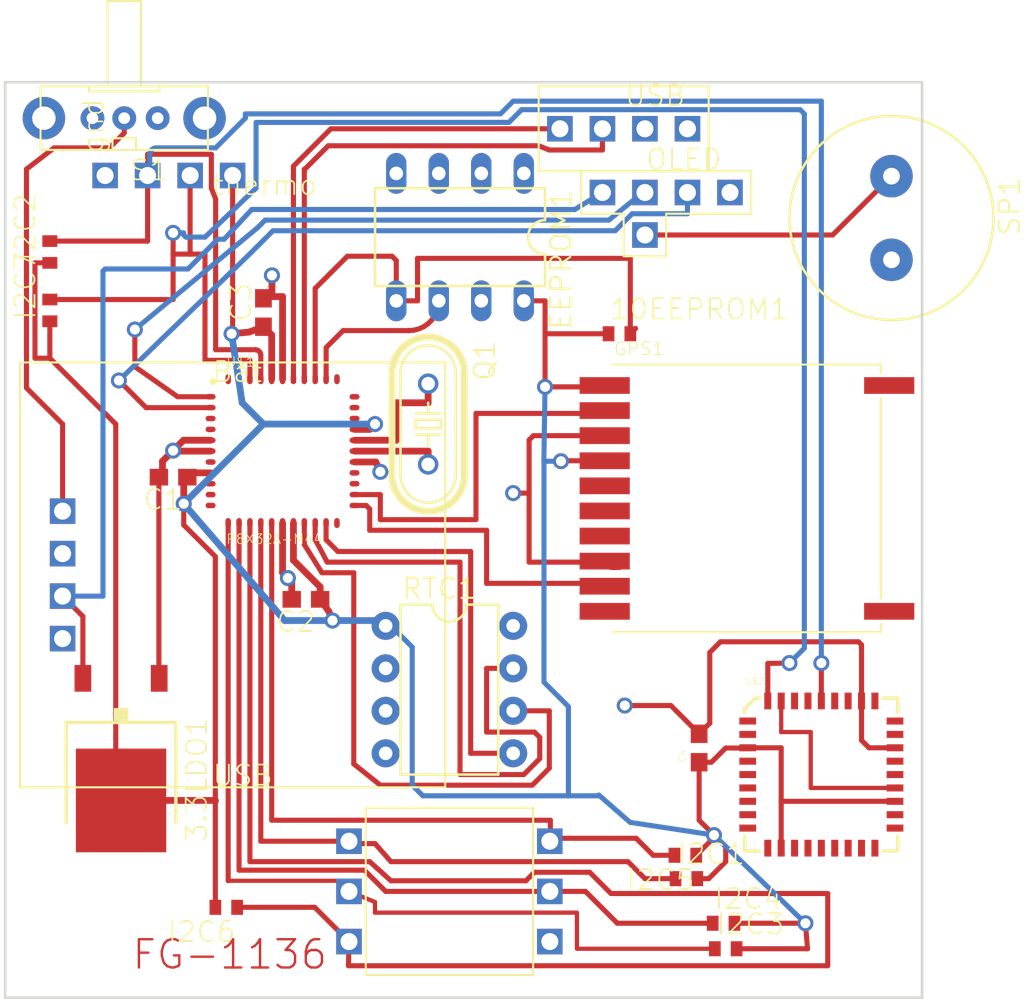
<source format=kicad_pcb>
(kicad_pcb (version 20171130) (host pcbnew 5.0.0)

  (general
    (thickness 1.6)
    (drawings 5)
    (tracks 359)
    (zones 0)
    (modules 26)
    (nets 54)
  )

  (page A4)
  (layers
    (0 Top signal)
    (31 Bottom signal)
    (32 B.Adhes user)
    (33 F.Adhes user)
    (34 B.Paste user)
    (35 F.Paste user)
    (36 B.SilkS user)
    (37 F.SilkS user)
    (38 B.Mask user)
    (39 F.Mask user)
    (40 Dwgs.User user)
    (41 Cmts.User user)
    (42 Eco1.User user)
    (43 Eco2.User user)
    (44 Edge.Cuts user)
    (45 Margin user)
    (46 B.CrtYd user)
    (47 F.CrtYd user)
    (48 B.Fab user)
    (49 F.Fab user)
  )

  (setup
    (last_trace_width 0.25)
    (trace_clearance 0.1524)
    (zone_clearance 0.508)
    (zone_45_only no)
    (trace_min 0.2)
    (segment_width 0.2)
    (edge_width 0.15)
    (via_size 0.8)
    (via_drill 0.4)
    (via_min_size 0.4)
    (via_min_drill 0.3)
    (uvia_size 0.3)
    (uvia_drill 0.1)
    (uvias_allowed no)
    (uvia_min_size 0.2)
    (uvia_min_drill 0.1)
    (pcb_text_width 0.3)
    (pcb_text_size 1.5 1.5)
    (mod_edge_width 0.15)
    (mod_text_size 1 1)
    (mod_text_width 0.15)
    (pad_size 1.524 1.524)
    (pad_drill 0.762)
    (pad_to_mask_clearance 0.2)
    (aux_axis_origin 0 0)
    (visible_elements FFFFFF7F)
    (pcbplotparams
      (layerselection 0x010fc_ffffffff)
      (usegerberextensions false)
      (usegerberattributes false)
      (usegerberadvancedattributes false)
      (creategerberjobfile false)
      (excludeedgelayer true)
      (linewidth 0.100000)
      (plotframeref false)
      (viasonmask false)
      (mode 1)
      (useauxorigin false)
      (hpglpennumber 1)
      (hpglpenspeed 20)
      (hpglpendiameter 15.000000)
      (psnegative false)
      (psa4output false)
      (plotreference true)
      (plotvalue true)
      (plotinvisibletext false)
      (padsonsilk false)
      (subtractmaskfromsilk false)
      (outputformat 1)
      (mirror false)
      (drillshape 1)
      (scaleselection 1)
      (outputdirectory ""))
  )

  (net 0 "")
  (net 1 VBAT)
  (net 2 GND)
  (net 3 +5V)
  (net 4 +3V3)
  (net 5 "Net-(U$1-Pad37)")
  (net 6 "Net-(U$1-Pad38)")
  (net 7 /SCL)
  (net 8 /SDA)
  (net 9 "Net-(U$1-Pad43)")
  (net 10 "Net-(U$1-Pad25)")
  (net 11 "Net-(U$1-Pad26)")
  (net 12 "Net-(Q1-Pad2)")
  (net 13 "Net-(Q1-Pad1)")
  (net 14 "Net-(U$1-Pad31)")
  (net 15 "Net-(U$1-Pad32)")
  (net 16 "Net-(U$1-Pad10)")
  (net 17 "Net-(U$1-Pad9)")
  (net 18 "Net-(U$1-Pad7)")
  (net 19 "Net-(U$1-Pad4)")
  (net 20 "Net-(U$1-Pad3)")
  (net 21 "Net-(U$1-Pad11)")
  (net 22 "Net-(U$1-Pad22)")
  (net 23 "Net-(U$1-Pad34)")
  (net 24 "Net-(U$1-Pad33)")
  (net 25 "Net-(U$1-Pad44)")
  (net 26 "Net-(S1-Pad3)")
  (net 27 "Net-(U$2-Pad22)")
  (net 28 "Net-(5WAYSWITCH1-PadL)")
  (net 29 "Net-(5WAYSWITCH1-PadR)")
  (net 30 "Net-(5WAYSWITCH1-PadD)")
  (net 31 "Net-(5WAYSWITCH1-PadU)")
  (net 32 "Net-(5WAYSWITCH1-PadBTN)")
  (net 33 "Net-(RTC1-Pad6)")
  (net 34 "Net-(RTC1-Pad7)")
  (net 35 "Net-(RTC1-Pad5)")
  (net 36 "Net-(EEPROM1-Pad6)")
  (net 37 "Net-(10EEPROM1-Pad2)")
  (net 38 "Net-(GPS1-PadP$9)")
  (net 39 "Net-(GPS1-PadP$2)")
  (net 40 "Net-(OLED_SCREEN1-PadRX)")
  (net 41 "Net-(OLED_SCREEN1-PadTX)")
  (net 42 "Net-(RTC1-Pad3)")
  (net 43 "Net-(RTC1-Pad2)")
  (net 44 "Net-(GPS1-PadP$12)")
  (net 45 "Net-(GPS1-PadP$11)")
  (net 46 "Net-(GPS1-PadP$10)")
  (net 47 "Net-(GPS1-PadP$7)")
  (net 48 "Net-(GPS1-PadP$6)")
  (net 49 "Net-(GPS1-PadP$5)")
  (net 50 "Net-(USB1-PadRES)")
  (net 51 "Net-(OLED_SCREEN1-PadPEZ)")
  (net 52 "Net-(LIPOCHARGER-BOOSTER1-PadPS)")
  (net 53 "Net-(LIPOCHARGER-BOOSTER1-PadEN)")

  (net_class Default "This is the default net class."
    (clearance 0.1524)
    (trace_width 0.25)
    (via_dia 0.8)
    (via_drill 0.4)
    (uvia_dia 0.3)
    (uvia_drill 0.1)
    (add_net +3V3)
    (add_net +5V)
    (add_net /SCL)
    (add_net /SDA)
    (add_net GND)
    (add_net "Net-(10EEPROM1-Pad2)")
    (add_net "Net-(5WAYSWITCH1-PadBTN)")
    (add_net "Net-(5WAYSWITCH1-PadD)")
    (add_net "Net-(5WAYSWITCH1-PadL)")
    (add_net "Net-(5WAYSWITCH1-PadR)")
    (add_net "Net-(5WAYSWITCH1-PadU)")
    (add_net "Net-(EEPROM1-Pad6)")
    (add_net "Net-(GPS1-PadP$10)")
    (add_net "Net-(GPS1-PadP$11)")
    (add_net "Net-(GPS1-PadP$12)")
    (add_net "Net-(GPS1-PadP$2)")
    (add_net "Net-(GPS1-PadP$5)")
    (add_net "Net-(GPS1-PadP$6)")
    (add_net "Net-(GPS1-PadP$7)")
    (add_net "Net-(GPS1-PadP$9)")
    (add_net "Net-(LIPOCHARGER-BOOSTER1-PadEN)")
    (add_net "Net-(LIPOCHARGER-BOOSTER1-PadPS)")
    (add_net "Net-(OLED_SCREEN1-PadPEZ)")
    (add_net "Net-(OLED_SCREEN1-PadRX)")
    (add_net "Net-(OLED_SCREEN1-PadTX)")
    (add_net "Net-(Q1-Pad1)")
    (add_net "Net-(Q1-Pad2)")
    (add_net "Net-(RTC1-Pad2)")
    (add_net "Net-(RTC1-Pad3)")
    (add_net "Net-(RTC1-Pad5)")
    (add_net "Net-(RTC1-Pad6)")
    (add_net "Net-(RTC1-Pad7)")
    (add_net "Net-(S1-Pad3)")
    (add_net "Net-(U$1-Pad10)")
    (add_net "Net-(U$1-Pad11)")
    (add_net "Net-(U$1-Pad22)")
    (add_net "Net-(U$1-Pad25)")
    (add_net "Net-(U$1-Pad26)")
    (add_net "Net-(U$1-Pad3)")
    (add_net "Net-(U$1-Pad31)")
    (add_net "Net-(U$1-Pad32)")
    (add_net "Net-(U$1-Pad33)")
    (add_net "Net-(U$1-Pad34)")
    (add_net "Net-(U$1-Pad37)")
    (add_net "Net-(U$1-Pad38)")
    (add_net "Net-(U$1-Pad4)")
    (add_net "Net-(U$1-Pad43)")
    (add_net "Net-(U$1-Pad44)")
    (add_net "Net-(U$1-Pad7)")
    (add_net "Net-(U$1-Pad9)")
    (add_net "Net-(U$2-Pad22)")
    (add_net "Net-(USB1-PadRES)")
    (add_net VBAT)
  )

  (module untitled:5-WAYSWITCH (layer Top) (tedit 0) (tstamp 5B4E7C44)
    (at 147.6501 126.0171)
    (path /E1BD43040AFA668B)
    (fp_text reference 5WAYSWITCH1 (at 0 0) (layer F.SilkS) hide
      (effects (font (size 1.27 1.27) (thickness 0.15)))
    )
    (fp_text value 5-WAYSWITCH (at 0 0) (layer F.SilkS) hide
      (effects (font (size 1.27 1.27) (thickness 0.15)))
    )
    (fp_line (start -5 5) (end -5 -5) (layer F.SilkS) (width 0.127))
    (fp_line (start 5 5) (end 5 -5) (layer F.SilkS) (width 0.127))
    (fp_line (start -5 -5) (end 5 -5) (layer F.SilkS) (width 0.127))
    (fp_line (start -5 5) (end 5 5) (layer F.SilkS) (width 0.127))
    (pad D thru_hole rect (at -6 3) (size 1.524 1.524) (drill 1.016) (layers *.Cu *.Mask)
      (net 30 "Net-(5WAYSWITCH1-PadD)") (solder_mask_margin 0.0762))
    (pad L thru_hole rect (at -6 0) (size 1.524 1.524) (drill 1.016) (layers *.Cu *.Mask)
      (net 28 "Net-(5WAYSWITCH1-PadL)") (solder_mask_margin 0.0762))
    (pad U thru_hole rect (at -6 -3) (size 1.524 1.524) (drill 1.016) (layers *.Cu *.Mask)
      (net 31 "Net-(5WAYSWITCH1-PadU)") (solder_mask_margin 0.0762))
    (pad BTN thru_hole rect (at 6 -3) (size 1.524 1.524) (drill 1.016) (layers *.Cu *.Mask)
      (net 32 "Net-(5WAYSWITCH1-PadBTN)") (solder_mask_margin 0.0762))
    (pad R thru_hole rect (at 6 0) (size 1.524 1.524) (drill 1.016) (layers *.Cu *.Mask)
      (net 29 "Net-(5WAYSWITCH1-PadR)") (solder_mask_margin 0.0762))
    (pad GND thru_hole rect (at 6 3) (size 1.524 1.524) (drill 1.016) (layers *.Cu *.Mask)
      (net 2 GND) (solder_mask_margin 0.0762))
  )

  (module untitled:DIL08 (layer Top) (tedit 0) (tstamp 5B4E7C51)
    (at 148.2851 86.9011 180)
    (descr "<b>Dual In Line Package</b>")
    (path /9BEB571FA9F03F27)
    (fp_text reference EEPROM1 (at -5.334 2.921 270) (layer F.SilkS)
      (effects (font (size 1.2065 1.2065) (thickness 0.127)) (justify right top))
    )
    (fp_text value DS1307 (at -3.556 0.635 180) (layer F.Fab)
      (effects (font (size 1.2065 1.2065) (thickness 0.127)) (justify right top))
    )
    (fp_arc (start -5.08 0) (end -5.08 -1.016) (angle 180) (layer F.SilkS) (width 0.1524))
    (fp_line (start -5.08 2.921) (end -5.08 1.016) (layer F.SilkS) (width 0.1524))
    (fp_line (start -5.08 -2.921) (end -5.08 -1.016) (layer F.SilkS) (width 0.1524))
    (fp_line (start 5.08 -2.921) (end 5.08 2.921) (layer F.SilkS) (width 0.1524))
    (fp_line (start -5.08 2.921) (end 5.08 2.921) (layer F.SilkS) (width 0.1524))
    (fp_line (start 5.08 -2.921) (end -5.08 -2.921) (layer F.SilkS) (width 0.1524))
    (pad 5 thru_hole oval (at 3.81 -3.81 270) (size 2.4384 1.2192) (drill 0.8128) (layers *.Cu *.Mask)
      (net 37 "Net-(10EEPROM1-Pad2)") (solder_mask_margin 0.0762))
    (pad 6 thru_hole oval (at 1.27 -3.81 270) (size 2.4384 1.2192) (drill 0.8128) (layers *.Cu *.Mask)
      (net 36 "Net-(EEPROM1-Pad6)") (solder_mask_margin 0.0762))
    (pad 4 thru_hole oval (at 3.81 3.81 270) (size 2.4384 1.2192) (drill 0.8128) (layers *.Cu *.Mask)
      (net 2 GND) (solder_mask_margin 0.0762))
    (pad 3 thru_hole oval (at 1.27 3.81 270) (size 2.4384 1.2192) (drill 0.8128) (layers *.Cu *.Mask)
      (net 2 GND) (solder_mask_margin 0.0762))
    (pad 8 thru_hole oval (at -3.81 -3.81 270) (size 2.4384 1.2192) (drill 0.8128) (layers *.Cu *.Mask)
      (net 4 +3V3) (solder_mask_margin 0.0762))
    (pad 7 thru_hole oval (at -1.27 -3.81 270) (size 2.4384 1.2192) (drill 0.8128) (layers *.Cu *.Mask)
      (net 2 GND) (solder_mask_margin 0.0762))
    (pad 2 thru_hole oval (at -1.27 3.81 270) (size 2.4384 1.2192) (drill 0.8128) (layers *.Cu *.Mask)
      (net 2 GND) (solder_mask_margin 0.0762))
    (pad 1 thru_hole oval (at -3.81 3.81 270) (size 2.4384 1.2192) (drill 0.8128) (layers *.Cu *.Mask)
      (net 2 GND) (solder_mask_margin 0.0762))
  )

  (module untitled:FGPMMOPA6B (layer Top) (tedit 0) (tstamp 5B4E7C62)
    (at 165.4301 102.5221)
    (path /5B5A488D6336A887)
    (fp_text reference GPS1 (at -8 -8.5) (layer F.SilkS)
      (effects (font (size 0.77216 0.77216) (thickness 0.065024)) (justify left bottom))
    )
    (fp_text value GPS_FGPMMOPA6B (at -8 9.5) (layer F.Fab)
      (effects (font (size 0.77216 0.77216) (thickness 0.065024)) (justify left bottom))
    )
    (fp_circle (center 0.5 -0.85) (end 1 -0.85) (layer F.Fab) (width 0.8128))
    (fp_line (start 8 -8) (end 8 -7.5) (layer F.SilkS) (width 0.127))
    (fp_line (start 8 7.5) (end 8 8) (layer F.SilkS) (width 0.127))
    (fp_line (start 8 -6) (end 8 6) (layer F.SilkS) (width 0.127))
    (fp_line (start -8 8) (end -8 -8) (layer F.Fab) (width 0.127))
    (fp_line (start 8 8) (end -8 8) (layer F.Fab) (width 0.127))
    (fp_line (start 8 -8) (end 8 8) (layer F.Fab) (width 0.127))
    (fp_line (start -8 -8) (end 8 -8) (layer F.Fab) (width 0.127))
    (fp_line (start 8 8) (end -8 8) (layer F.SilkS) (width 0.127))
    (fp_line (start -8 -8) (end 8 -8) (layer F.SilkS) (width 0.127))
    (pad "" np_thru_hole circle (at 0.5 -0.85) (size 3 3) (drill 3) (layers *.Cu))
    (pad P$12 smd rect (at 8.5 6.75 180) (size 3 1) (layers Top F.Paste F.Mask)
      (net 44 "Net-(GPS1-PadP$12)") (solder_mask_margin 0.0762))
    (pad P$11 smd rect (at 8.5 -6.75 180) (size 3 1) (layers Top F.Paste F.Mask)
      (net 45 "Net-(GPS1-PadP$11)") (solder_mask_margin 0.0762))
    (pad P$10 smd rect (at -8.5 6.75) (size 3 1) (layers Top F.Paste F.Mask)
      (net 46 "Net-(GPS1-PadP$10)") (solder_mask_margin 0.0762))
    (pad P$9 smd rect (at -8.5 5.25) (size 3 1) (layers Top F.Paste F.Mask)
      (net 38 "Net-(GPS1-PadP$9)") (solder_mask_margin 0.0762))
    (pad P$8 smd rect (at -8.5 3.75) (size 3 1) (layers Top F.Paste F.Mask)
      (net 2 GND) (solder_mask_margin 0.0762))
    (pad P$7 smd rect (at -8.5 2.25) (size 3 1) (layers Top F.Paste F.Mask)
      (net 47 "Net-(GPS1-PadP$7)") (solder_mask_margin 0.0762))
    (pad P$6 smd rect (at -8.5 0.75) (size 3 1) (layers Top F.Paste F.Mask)
      (net 48 "Net-(GPS1-PadP$6)") (solder_mask_margin 0.0762))
    (pad P$5 smd rect (at -8.5 -0.75) (size 3 1) (layers Top F.Paste F.Mask)
      (net 49 "Net-(GPS1-PadP$5)") (solder_mask_margin 0.0762))
    (pad P$4 smd rect (at -8.5 -2.25) (size 3 1) (layers Top F.Paste F.Mask)
      (net 4 +3V3) (solder_mask_margin 0.0762))
    (pad P$3 smd rect (at -8.5 -3.75) (size 3 1) (layers Top F.Paste F.Mask)
      (net 2 GND) (solder_mask_margin 0.0762))
    (pad P$2 smd rect (at -8.5 -5.25) (size 3 1) (layers Top F.Paste F.Mask)
      (net 39 "Net-(GPS1-PadP$2)") (solder_mask_margin 0.0762))
    (pad P$1 smd rect (at -8.5 -6.75) (size 3 1) (layers Top F.Paste F.Mask)
      (net 4 +3V3) (solder_mask_margin 0.0762))
  )

  (module untitled:SFLIPO (layer Top) (tedit 0) (tstamp 5B4E7C7C)
    (at 129.6161 105.8241)
    (path /D57A2CD65AA61554)
    (fp_text reference LIPOCHARGER-BOOSTER1 (at 0 0) (layer F.SilkS) hide
      (effects (font (size 1.27 1.27) (thickness 0.15)))
    )
    (fp_text value SFLIPO (at 0 0) (layer F.SilkS) hide
      (effects (font (size 1.27 1.27) (thickness 0.15)))
    )
    (fp_text user Bat (at 3.81 -10.16) (layer F.SilkS)
      (effects (font (size 1.2065 1.2065) (thickness 0.1016)) (justify left bottom))
    )
    (fp_text user USB (at 3.81 13.97) (layer F.SilkS)
      (effects (font (size 1.2065 1.2065) (thickness 0.1016)) (justify left bottom))
    )
    (fp_line (start 17.78 13.97) (end -7.62 13.97) (layer F.SilkS) (width 0.127))
    (fp_line (start 17.78 13.97) (end 17.78 -11.43) (layer F.SilkS) (width 0.127))
    (fp_line (start -7.62 -11.43) (end 17.78 -11.43) (layer F.SilkS) (width 0.127))
    (fp_line (start -7.62 -11.43) (end -7.62 13.97) (layer F.SilkS) (width 0.127))
    (pad PS thru_hole rect (at -5.08 5.08) (size 1.524 1.524) (drill 1.016) (layers *.Cu *.Mask)
      (net 52 "Net-(LIPOCHARGER-BOOSTER1-PadPS)") (solder_mask_margin 0.0762))
    (pad VCC thru_hole rect (at -5.08 2.54) (size 1.524 1.524) (drill 1.016) (layers *.Cu *.Mask)
      (net 3 +5V) (solder_mask_margin 0.0762))
    (pad GND thru_hole rect (at -5.08 0) (size 1.524 1.524) (drill 1.016) (layers *.Cu *.Mask)
      (net 2 GND) (solder_mask_margin 0.0762))
    (pad EN thru_hole rect (at -5.08 -2.54) (size 1.524 1.524) (drill 1.016) (layers *.Cu *.Mask)
      (net 53 "Net-(LIPOCHARGER-BOOSTER1-PadEN)") (solder_mask_margin 0.0762))
  )

  (module untitled:4DSCREEN (layer Top) (tedit 0) (tstamp 5B4E7C89)
    (at 161.8741 84.2341 270)
    (path /222B6A5C49E52846)
    (fp_text reference OLED_SCREEN1 (at 0 0 270) (layer F.SilkS) hide
      (effects (font (size 1.27 1.27) (thickness 0.15)) (justify right top))
    )
    (fp_text value 4DSCREEN (at 0 0 270) (layer F.SilkS) hide
      (effects (font (size 1.27 1.27) (thickness 0.15)) (justify right top))
    )
    (fp_line (start 1.27 1.27) (end 1.27 -3.81) (layer F.SilkS) (width 0.127))
    (fp_line (start 3.81 1.27) (end 1.27 1.27) (layer F.SilkS) (width 0.127))
    (fp_line (start 3.81 3.81) (end 3.81 1.27) (layer F.SilkS) (width 0.127))
    (fp_line (start 1.27 3.81) (end 3.81 3.81) (layer F.SilkS) (width 0.127))
    (fp_line (start 1.27 6.35) (end 1.27 3.81) (layer F.SilkS) (width 0.127))
    (fp_text user OLED (at -1.27 2.54) (layer F.SilkS)
      (effects (font (size 1.2065 1.2065) (thickness 0.1016)) (justify left bottom))
    )
    (fp_line (start -1.27 6.35) (end -1.27 -3.81) (layer F.SilkS) (width 0.127))
    (fp_line (start 1.27 6.35) (end -1.27 6.35) (layer F.SilkS) (width 0.127))
    (fp_line (start -1.27 -3.81) (end 1.27 -3.81) (layer F.SilkS) (width 0.127))
    (pad PEZ thru_hole rect (at 2.54 2.54 270) (size 1.524 1.524) (drill 1.016) (layers *.Cu *.Mask)
      (net 51 "Net-(OLED_SCREEN1-PadPEZ)") (solder_mask_margin 0.0762))
    (pad GND thru_hole rect (at 0 -2.54 270) (size 1.524 1.524) (drill 1.016) (layers *.Cu *.Mask)
      (net 2 GND) (solder_mask_margin 0.0762))
    (pad RX thru_hole rect (at 0 0 270) (size 1.524 1.524) (drill 1.016) (layers *.Cu *.Mask)
      (net 40 "Net-(OLED_SCREEN1-PadRX)") (solder_mask_margin 0.0762))
    (pad TX thru_hole rect (at 0 2.54 270) (size 1.524 1.524) (drill 1.016) (layers *.Cu *.Mask)
      (net 41 "Net-(OLED_SCREEN1-PadTX)") (solder_mask_margin 0.0762))
    (pad 5V thru_hole rect (at 0 5.08 270) (size 1.524 1.524) (drill 1.016) (layers *.Cu *.Mask)
      (net 3 +5V) (solder_mask_margin 0.0762))
  )

  (module untitled:DIL08-ROUND (layer Top) (tedit 0) (tstamp 5B4E7C9A)
    (at 147.6501 113.9521 270)
    (descr "<b>Dual In Line Package</b>")
    (path /7F6FB98D769B8B41)
    (fp_text reference RTC1 (at -5.334 2.921) (layer F.SilkS)
      (effects (font (size 1.2065 1.2065) (thickness 0.127)) (justify left bottom))
    )
    (fp_text value DS1302 (at -3.556 0.635 270) (layer F.Fab)
      (effects (font (size 1.2065 1.2065) (thickness 0.127)) (justify right top))
    )
    (fp_arc (start -5.08 0) (end -5.08 -1.016) (angle 180) (layer F.SilkS) (width 0.1524))
    (fp_line (start -5.08 2.921) (end -5.08 1.016) (layer F.SilkS) (width 0.1524))
    (fp_line (start -5.08 -2.921) (end -5.08 -1.016) (layer F.SilkS) (width 0.1524))
    (fp_line (start 5.08 -2.921) (end 5.08 2.921) (layer F.SilkS) (width 0.1524))
    (fp_line (start -5.08 2.921) (end 5.08 2.921) (layer F.SilkS) (width 0.1524))
    (fp_line (start 5.08 -2.921) (end -5.08 -2.921) (layer F.SilkS) (width 0.1524))
    (pad 5 thru_hole circle (at 3.81 -3.81) (size 1.6764 1.6764) (drill 0.8128) (layers *.Cu *.Mask)
      (net 35 "Net-(RTC1-Pad5)") (solder_mask_margin 0.0762))
    (pad 6 thru_hole circle (at 1.27 -3.81) (size 1.6764 1.6764) (drill 0.8128) (layers *.Cu *.Mask)
      (net 33 "Net-(RTC1-Pad6)") (solder_mask_margin 0.0762))
    (pad 4 thru_hole circle (at 3.81 3.81) (size 1.6764 1.6764) (drill 0.8128) (layers *.Cu *.Mask)
      (net 2 GND) (solder_mask_margin 0.0762))
    (pad 3 thru_hole circle (at 1.27 3.81) (size 1.6764 1.6764) (drill 0.8128) (layers *.Cu *.Mask)
      (net 42 "Net-(RTC1-Pad3)") (solder_mask_margin 0.0762))
    (pad 8 thru_hole circle (at -3.81 -3.81) (size 1.6764 1.6764) (drill 0.8128) (layers *.Cu *.Mask)
      (net 1 VBAT) (solder_mask_margin 0.0762))
    (pad 7 thru_hole circle (at -1.27 -3.81) (size 1.6764 1.6764) (drill 0.8128) (layers *.Cu *.Mask)
      (net 34 "Net-(RTC1-Pad7)") (solder_mask_margin 0.0762))
    (pad 2 thru_hole circle (at -1.27 3.81) (size 1.6764 1.6764) (drill 0.8128) (layers *.Cu *.Mask)
      (net 43 "Net-(RTC1-Pad2)") (solder_mask_margin 0.0762))
    (pad 1 thru_hole circle (at -3.81 3.81) (size 1.6764 1.6764) (drill 0.8128) (layers *.Cu *.Mask)
      (net 4 +3V3) (solder_mask_margin 0.0762))
  )

  (module untitled:EG1213 (layer Top) (tedit 0) (tstamp 5B4E7CAB)
    (at 128.2191 79.7891 180)
    (path /5FF56E21CEBFFD5E)
    (fp_text reference S1 (at -2.7 -2.4 180) (layer F.SilkS)
      (effects (font (size 1.2065 1.2065) (thickness 0.1016)) (justify right top))
    )
    (fp_text value EG1213 (at 0 0 180) (layer F.SilkS) hide
      (effects (font (size 1.27 1.27) (thickness 0.15)) (justify right top))
    )
    (fp_line (start 1 7) (end 1 1.9) (layer F.SilkS) (width 0.127))
    (fp_line (start -1 7) (end 1 7) (layer F.SilkS) (width 0.127))
    (fp_line (start -1 1.9) (end -1 7) (layer F.SilkS) (width 0.127))
    (fp_line (start 2.1 1.6) (end 2.1 1.9) (layer F.SilkS) (width 0.127))
    (fp_line (start -2.1 1.6) (end 2.1 1.6) (layer F.SilkS) (width 0.127))
    (fp_line (start -2.1 1.9) (end -2.1 1.6) (layer F.SilkS) (width 0.127))
    (fp_line (start 0.7 -1.2) (end 0.7 -1.9) (layer F.SilkS) (width 0.127))
    (fp_line (start -0.7 -1.2) (end 0.7 -1.2) (layer F.SilkS) (width 0.127))
    (fp_line (start -0.7 -1.9) (end -0.7 -1.2) (layer F.SilkS) (width 0.127))
    (fp_line (start -5 1.9) (end -5 -1.9) (layer F.SilkS) (width 0.127))
    (fp_line (start -2.1 1.9) (end -5 1.9) (layer F.SilkS) (width 0.127))
    (fp_line (start -1 1.9) (end -2.1 1.9) (layer F.SilkS) (width 0.127))
    (fp_line (start 1 1.9) (end -1 1.9) (layer F.SilkS) (width 0.127))
    (fp_line (start 2.1 1.9) (end 1 1.9) (layer F.SilkS) (width 0.127))
    (fp_line (start 5 1.9) (end 2.1 1.9) (layer F.SilkS) (width 0.127))
    (fp_line (start 5 -1.9) (end 5 1.9) (layer F.SilkS) (width 0.127))
    (fp_line (start 0.7 -1.9) (end 5 -1.9) (layer F.SilkS) (width 0.127))
    (fp_line (start -0.7 -1.9) (end 0.7 -1.9) (layer F.SilkS) (width 0.127))
    (fp_line (start -5 -1.9) (end -0.7 -1.9) (layer F.SilkS) (width 0.127))
    (pad 3 thru_hole circle (at 1.9 0 180) (size 1.4224 1.4224) (drill 0.7) (layers *.Cu *.Mask)
      (net 26 "Net-(S1-Pad3)") (solder_mask_margin 0.0762))
    (pad 1 thru_hole circle (at -2 0 180) (size 1.4224 1.4224) (drill 0.7) (layers *.Cu *.Mask)
      (net 2 GND) (solder_mask_margin 0.0762))
    (pad MT1 thru_hole circle (at -4.8 0 180) (size 2.54 2.54) (drill 1.4) (layers *.Cu *.Mask)
      (solder_mask_margin 0.0762))
    (pad MT2 thru_hole circle (at 4.8 0 180) (size 2.54 2.54) (drill 1.4) (layers *.Cu *.Mask)
      (solder_mask_margin 0.0762))
    (pad 2 thru_hole circle (at 0 0 180) (size 1.4224 1.4224) (drill 0.7) (layers *.Cu *.Mask)
      (net 53 "Net-(LIPOCHARGER-BOOSTER1-PadEN)") (solder_mask_margin 0.0762))
  )

  (module untitled:SFTEMP (layer Top) (tedit 0) (tstamp 5B4E7CC6)
    (at 129.6161 83.2181 90)
    (path /5F591D2E8E4D0239)
    (fp_text reference THERMO1 (at 0 0 90) (layer F.SilkS) hide
      (effects (font (size 1.27 1.27) (thickness 0.15)))
    )
    (fp_text value SFTEMP (at 0 0 90) (layer F.SilkS) hide
      (effects (font (size 1.27 1.27) (thickness 0.15)))
    )
    (fp_text user gnd (at 1.27 -2.54 90) (layer F.SilkS)
      (effects (font (size 1.2065 1.2065) (thickness 0.1016)) (justify left bottom))
    )
    (fp_text user thermo (at -1.27 3.81 180) (layer F.SilkS)
      (effects (font (size 1.2065 1.2065) (thickness 0.1016)) (justify left bottom))
    )
    (pad VCC thru_hole rect (at 0 5.08 90) (size 1.524 1.524) (drill 1.016) (layers *.Cu *.Mask)
      (net 4 +3V3) (solder_mask_margin 0.0762))
    (pad SDA thru_hole rect (at 0 2.54 90) (size 1.524 1.524) (drill 1.016) (layers *.Cu *.Mask)
      (net 8 /SDA) (solder_mask_margin 0.0762))
    (pad SCL thru_hole rect (at 0 0 90) (size 1.524 1.524) (drill 1.016) (layers *.Cu *.Mask)
      (net 7 /SCL) (solder_mask_margin 0.0762))
    (pad GND thru_hole rect (at 0 -2.54 90) (size 1.524 1.524) (drill 1.016) (layers *.Cu *.Mask)
      (net 2 GND) (solder_mask_margin 0.0762))
  )

  (module untitled:P8X32A-M44 (layer Top) (tedit 0) (tstamp 5B4E7CCF)
    (at 137.4901 99.3471)
    (path /850A8AB0BABD3B23)
    (fp_text reference U$1 (at -3.21 -4.6513) (layer F.SilkS)
      (effects (font (size 0.57912 0.57912) (thickness 0.048768)) (justify left bottom))
    )
    (fp_text value P8X32A-M44 (at -3.21 5.9487) (layer F.SilkS)
      (effects (font (size 0.57912 0.57912) (thickness 0.048768)) (justify left bottom))
    )
    (fp_poly (pts (xy -3.56 4.0987) (xy 3.94 4.0987) (xy 3.94 -3.4013) (xy -3.56 -3.4013)) (layer Dwgs.User) (width 0))
    (fp_line (start -3.9688 -3.8099) (end -3.9689 -3.8099) (layer F.SilkS) (width 0.4064))
    (pad 12 smd roundrect (at -3.06 4.6487) (size 0.33 0.6) (layers Top F.Paste F.Mask) (roundrect_rratio 0.5)
      (net 28 "Net-(5WAYSWITCH1-PadL)") (solder_mask_margin 0.0762))
    (pad 13 smd roundrect (at -2.41 4.6487) (size 0.33 0.6) (layers Top F.Paste F.Mask) (roundrect_rratio 0.5)
      (net 29 "Net-(5WAYSWITCH1-PadR)") (solder_mask_margin 0.0762))
    (pad 14 smd roundrect (at -1.76 4.6487) (size 0.33 0.6) (layers Top F.Paste F.Mask) (roundrect_rratio 0.5)
      (net 30 "Net-(5WAYSWITCH1-PadD)") (solder_mask_margin 0.0762))
    (pad 15 smd roundrect (at -1.11 4.6487) (size 0.33 0.6) (layers Top F.Paste F.Mask) (roundrect_rratio 0.5)
      (net 31 "Net-(5WAYSWITCH1-PadU)") (solder_mask_margin 0.0762))
    (pad 16 smd roundrect (at -0.46 4.6487) (size 0.33 0.6) (layers Top F.Paste F.Mask) (roundrect_rratio 0.5)
      (net 32 "Net-(5WAYSWITCH1-PadBTN)") (solder_mask_margin 0.0762))
    (pad 17 smd roundrect (at 0.19 4.6487) (size 0.33 0.6) (layers Top F.Paste F.Mask) (roundrect_rratio 0.5)
      (net 2 GND) (solder_mask_margin 0.0762))
    (pad 18 smd roundrect (at 0.84 4.6487) (size 0.33 0.6) (layers Top F.Paste F.Mask) (roundrect_rratio 0.5)
      (net 4 +3V3) (solder_mask_margin 0.0762))
    (pad 19 smd roundrect (at 1.49 4.6487) (size 0.33 0.6) (layers Top F.Paste F.Mask) (roundrect_rratio 0.5)
      (net 33 "Net-(RTC1-Pad6)") (solder_mask_margin 0.0762))
    (pad 20 smd roundrect (at 2.14 4.6487) (size 0.33 0.6) (layers Top F.Paste F.Mask) (roundrect_rratio 0.5)
      (net 34 "Net-(RTC1-Pad7)") (solder_mask_margin 0.0762))
    (pad 21 smd roundrect (at 2.79 4.6487) (size 0.33 0.6) (layers Top F.Paste F.Mask) (roundrect_rratio 0.5)
      (net 35 "Net-(RTC1-Pad5)") (solder_mask_margin 0.0762))
    (pad 35 smd roundrect (at 2.79 -3.9513) (size 0.33 0.6) (layers Top F.Paste F.Mask) (roundrect_rratio 0.5)
      (net 36 "Net-(EEPROM1-Pad6)") (solder_mask_margin 0.0762))
    (pad 36 smd roundrect (at 2.14 -3.9513) (size 0.33 0.6) (layers Top F.Paste F.Mask) (roundrect_rratio 0.5)
      (net 37 "Net-(10EEPROM1-Pad2)") (solder_mask_margin 0.0762))
    (pad 37 smd roundrect (at 1.49 -3.9513) (size 0.33 0.6) (layers Top F.Paste F.Mask) (roundrect_rratio 0.5)
      (net 5 "Net-(U$1-Pad37)") (solder_mask_margin 0.0762))
    (pad 38 smd roundrect (at 0.84 -3.9513) (size 0.33 0.6) (layers Top F.Paste F.Mask) (roundrect_rratio 0.5)
      (net 6 "Net-(U$1-Pad38)") (solder_mask_margin 0.0762))
    (pad 39 smd roundrect (at 0.19 -3.9513) (size 0.33 0.6) (layers Top F.Paste F.Mask) (roundrect_rratio 0.5)
      (net 2 GND) (solder_mask_margin 0.0762))
    (pad 40 smd roundrect (at -0.46 -3.9513) (size 0.33 0.6) (layers Top F.Paste F.Mask) (roundrect_rratio 0.5)
      (net 4 +3V3) (solder_mask_margin 0.0762))
    (pad 41 smd roundrect (at -1.11 -3.9513) (size 0.33 0.6) (layers Top F.Paste F.Mask) (roundrect_rratio 0.5)
      (net 7 /SCL) (solder_mask_margin 0.0762))
    (pad 42 smd roundrect (at -1.76 -3.9513) (size 0.33 0.6) (layers Top F.Paste F.Mask) (roundrect_rratio 0.5)
      (net 8 /SDA) (solder_mask_margin 0.0762))
    (pad 43 smd roundrect (at -2.41 -3.9513) (size 0.33 0.6) (layers Top F.Paste F.Mask) (roundrect_rratio 0.5)
      (net 9 "Net-(U$1-Pad43)") (solder_mask_margin 0.0762))
    (pad 23 smd roundrect (at 4.49 3.5987 90) (size 0.33 0.6) (layers Top F.Paste F.Mask) (roundrect_rratio 0.5)
      (net 38 "Net-(GPS1-PadP$9)") (solder_mask_margin 0.0762))
    (pad 24 smd roundrect (at 4.49 2.9487 90) (size 0.33 0.6) (layers Top F.Paste F.Mask) (roundrect_rratio 0.5)
      (net 39 "Net-(GPS1-PadP$2)") (solder_mask_margin 0.0762))
    (pad 25 smd roundrect (at 4.49 2.2987 90) (size 0.33 0.6) (layers Top F.Paste F.Mask) (roundrect_rratio 0.5)
      (net 10 "Net-(U$1-Pad25)") (solder_mask_margin 0.0762))
    (pad 26 smd roundrect (at 4.49 1.6487 90) (size 0.33 0.6) (layers Top F.Paste F.Mask) (roundrect_rratio 0.5)
      (net 11 "Net-(U$1-Pad26)") (solder_mask_margin 0.0762))
    (pad 27 smd roundrect (at 4.49 0.9987 90) (size 0.33 0.6) (layers Top F.Paste F.Mask) (roundrect_rratio 0.5)
      (net 2 GND) (solder_mask_margin 0.0762))
    (pad 28 smd roundrect (at 4.49 0.3487 90) (size 0.33 0.6) (layers Top F.Paste F.Mask) (roundrect_rratio 0.5)
      (net 12 "Net-(Q1-Pad2)") (solder_mask_margin 0.0762))
    (pad 29 smd roundrect (at 4.49 -0.3013 90) (size 0.33 0.6) (layers Top F.Paste F.Mask) (roundrect_rratio 0.5)
      (net 13 "Net-(Q1-Pad1)") (solder_mask_margin 0.0762))
    (pad 30 smd roundrect (at 4.49 -0.9513 90) (size 0.33 0.6) (layers Top F.Paste F.Mask) (roundrect_rratio 0.5)
      (net 4 +3V3) (solder_mask_margin 0.0762))
    (pad 31 smd roundrect (at 4.49 -1.6013 90) (size 0.33 0.6) (layers Top F.Paste F.Mask) (roundrect_rratio 0.5)
      (net 14 "Net-(U$1-Pad31)") (solder_mask_margin 0.0762))
    (pad 32 smd roundrect (at 4.49 -2.2513 90) (size 0.33 0.6) (layers Top F.Paste F.Mask) (roundrect_rratio 0.5)
      (net 15 "Net-(U$1-Pad32)") (solder_mask_margin 0.0762))
    (pad 10 smd roundrect (at -4.11 2.9487 90) (size 0.33 0.6) (layers Top F.Paste F.Mask) (roundrect_rratio 0.5)
      (net 16 "Net-(U$1-Pad10)") (solder_mask_margin 0.0762))
    (pad 9 smd roundrect (at -4.11 2.2987 90) (size 0.33 0.6) (layers Top F.Paste F.Mask) (roundrect_rratio 0.5)
      (net 17 "Net-(U$1-Pad9)") (solder_mask_margin 0.0762))
    (pad 8 smd roundrect (at -4.11 1.6487 90) (size 0.33 0.6) (layers Top F.Paste F.Mask) (roundrect_rratio 0.5)
      (net 4 +3V3) (solder_mask_margin 0.0762))
    (pad 7 smd roundrect (at -4.11 0.9987 90) (size 0.33 0.6) (layers Top F.Paste F.Mask) (roundrect_rratio 0.5)
      (net 18 "Net-(U$1-Pad7)") (solder_mask_margin 0.0762))
    (pad 6 smd roundrect (at -4.11 0.3487 90) (size 0.33 0.6) (layers Top F.Paste F.Mask) (roundrect_rratio 0.5)
      (net 2 GND) (solder_mask_margin 0.0762))
    (pad 5 smd roundrect (at -4.11 -0.3013 90) (size 0.33 0.6) (layers Top F.Paste F.Mask) (roundrect_rratio 0.5)
      (net 2 GND) (solder_mask_margin 0.0762))
    (pad 4 smd roundrect (at -4.11 -0.9513 90) (size 0.33 0.6) (layers Top F.Paste F.Mask) (roundrect_rratio 0.5)
      (net 19 "Net-(U$1-Pad4)") (solder_mask_margin 0.0762))
    (pad 3 smd roundrect (at -4.11 -1.6013 90) (size 0.33 0.6) (layers Top F.Paste F.Mask) (roundrect_rratio 0.5)
      (net 20 "Net-(U$1-Pad3)") (solder_mask_margin 0.0762))
    (pad 2 smd roundrect (at -4.11 -2.2513 90) (size 0.33 0.6) (layers Top F.Paste F.Mask) (roundrect_rratio 0.5)
      (net 40 "Net-(OLED_SCREEN1-PadRX)") (solder_mask_margin 0.0762))
    (pad 11 smd roundrect (at -4.11 3.5987 270) (size 0.33 0.6) (layers Top F.Paste F.Mask) (roundrect_rratio 0.5)
      (net 21 "Net-(U$1-Pad11)") (solder_mask_margin 0.0762))
    (pad 22 smd roundrect (at 3.44 4.6487 180) (size 0.33 0.6) (layers Top F.Paste F.Mask) (roundrect_rratio 0.5)
      (net 22 "Net-(U$1-Pad22)") (solder_mask_margin 0.0762))
    (pad 34 smd roundrect (at 3.44 -3.9513) (size 0.33 0.6) (layers Top F.Paste F.Mask) (roundrect_rratio 0.5)
      (net 23 "Net-(U$1-Pad34)") (solder_mask_margin 0.0762))
    (pad 33 smd roundrect (at 4.49 -2.9013 270) (size 0.33 0.6) (layers Top F.Paste F.Mask) (roundrect_rratio 0.5)
      (net 24 "Net-(U$1-Pad33)") (solder_mask_margin 0.0762))
    (pad 44 smd roundrect (at -3.06 -3.9513 180) (size 0.33 0.6) (layers Top F.Paste F.Mask) (roundrect_rratio 0.5)
      (net 25 "Net-(U$1-Pad44)") (solder_mask_margin 0.0762))
    (pad 1 smd roundrect (at -4.11 -2.9013 90) (size 0.33 0.6) (layers Top F.Paste F.Mask) (roundrect_rratio 0.5)
      (net 41 "Net-(OLED_SCREEN1-PadTX)") (solder_mask_margin 0.0762))
  )

  (module untitled:4PINUSB (layer Top) (tedit 0) (tstamp 5B4E7D00)
    (at 158.0641 80.4241 270)
    (path /96A5B786A37A79AB)
    (fp_text reference USB1 (at 0 0 270) (layer F.SilkS) hide
      (effects (font (size 1.27 1.27) (thickness 0.15)) (justify right top))
    )
    (fp_text value 4PINUSB (at 0 0 270) (layer F.SilkS) hide
      (effects (font (size 1.27 1.27) (thickness 0.15)) (justify right top))
    )
    (fp_text user USB (at -1.27 0) (layer F.SilkS)
      (effects (font (size 1.2065 1.2065) (thickness 0.1016)) (justify left bottom))
    )
    (fp_line (start -2.54 5.08) (end -2.54 -5.08) (layer F.SilkS) (width 0.127))
    (fp_line (start 2.54 5.08) (end -2.54 5.08) (layer F.SilkS) (width 0.127))
    (fp_line (start 2.54 -5.08) (end 2.54 5.08) (layer F.SilkS) (width 0.127))
    (fp_line (start -2.54 -5.08) (end 2.54 -5.08) (layer F.SilkS) (width 0.127))
    (pad RX thru_hole rect (at 0 3.81 270) (size 1.524 1.524) (drill 1.016) (layers *.Cu *.Mask)
      (net 6 "Net-(U$1-Pad38)") (solder_mask_margin 0.0762))
    (pad TX thru_hole rect (at 0 1.27 270) (size 1.524 1.524) (drill 1.016) (layers *.Cu *.Mask)
      (net 5 "Net-(U$1-Pad37)") (solder_mask_margin 0.0762))
    (pad RES thru_hole rect (at 0 -1.27 270) (size 1.524 1.524) (drill 1.016) (layers *.Cu *.Mask)
      (net 50 "Net-(USB1-PadRES)") (solder_mask_margin 0.0762))
    (pad VSS thru_hole rect (at 0 -3.81 270) (size 1.524 1.524) (drill 1.016) (layers *.Cu *.Mask)
      (net 2 GND) (solder_mask_margin 0.0762))
  )

  (module untitled:HC49_S (layer Top) (tedit 0) (tstamp 5B4E7D0C)
    (at 146.3801 98.0771 270)
    (descr <b>CRYSTAL</b>)
    (path /4FCDC6127A211019)
    (fp_text reference Q1 (at -5.08 -2.667 270) (layer F.SilkS)
      (effects (font (size 1.2065 1.2065) (thickness 0.127)) (justify right top))
    )
    (fp_text value CRYSTALHC49S (at -5.08 3.937 270) (layer F.Fab)
      (effects (font (size 1.2065 1.2065) (thickness 0.127)) (justify right top))
    )
    (fp_poly (pts (xy 5.08 1.27) (xy 5.715 1.27) (xy 5.715 -1.27) (xy 5.08 -1.27)) (layer Dwgs.User) (width 0))
    (fp_poly (pts (xy 4.445 1.905) (xy 5.08 1.905) (xy 5.08 -1.905) (xy 4.445 -1.905)) (layer Dwgs.User) (width 0))
    (fp_poly (pts (xy -5.715 1.27) (xy -5.08 1.27) (xy -5.08 -1.27) (xy -5.715 -1.27)) (layer Dwgs.User) (width 0))
    (fp_poly (pts (xy -5.08 1.905) (xy -4.445 1.905) (xy -4.445 -1.905) (xy -5.08 -1.905)) (layer Dwgs.User) (width 0))
    (fp_poly (pts (xy -4.445 2.54) (xy 4.445 2.54) (xy 4.445 -2.54) (xy -4.445 -2.54)) (layer Dwgs.User) (width 0))
    (fp_arc (start 3.048 0) (end 3.048 1.651) (angle -180) (layer F.SilkS) (width 0.1524))
    (fp_arc (start -3.048 0) (end -3.048 -1.651) (angle -180) (layer F.SilkS) (width 0.1524))
    (fp_arc (start 3.048 0) (end 3.048 2.159) (angle -180) (layer F.SilkS) (width 0.4064))
    (fp_arc (start -3.048 0) (end -3.048 -2.159) (angle -180) (layer F.SilkS) (width 0.4064))
    (fp_line (start -0.635 0) (end -1.27 0) (layer F.SilkS) (width 0.1524))
    (fp_line (start 0.635 0) (end 1.27 0) (layer F.SilkS) (width 0.1524))
    (fp_line (start -0.635 0) (end -0.635 0.762) (layer F.SilkS) (width 0.1524))
    (fp_line (start -0.635 -0.762) (end -0.635 0) (layer F.SilkS) (width 0.1524))
    (fp_line (start 0.635 0) (end 0.635 0.762) (layer F.SilkS) (width 0.1524))
    (fp_line (start 0.635 -0.762) (end 0.635 0) (layer F.SilkS) (width 0.1524))
    (fp_line (start -0.254 0.762) (end -0.254 -0.762) (layer F.SilkS) (width 0.1524))
    (fp_line (start 0.254 0.762) (end -0.254 0.762) (layer F.SilkS) (width 0.1524))
    (fp_line (start 0.254 -0.762) (end 0.254 0.762) (layer F.SilkS) (width 0.1524))
    (fp_line (start -0.254 -0.762) (end 0.254 -0.762) (layer F.SilkS) (width 0.1524))
    (fp_line (start 3.048 -1.651) (end -3.048 -1.651) (layer F.SilkS) (width 0.1524))
    (fp_line (start -3.048 1.651) (end 3.048 1.651) (layer F.SilkS) (width 0.1524))
    (fp_line (start -3.048 -2.159) (end 3.048 -2.159) (layer F.SilkS) (width 0.4064))
    (fp_line (start -3.048 2.159) (end 3.048 2.159) (layer F.SilkS) (width 0.4064))
    (pad 2 thru_hole circle (at 2.413 0 270) (size 1.2192 1.2192) (drill 0.8128) (layers *.Cu *.Mask)
      (net 12 "Net-(Q1-Pad2)") (solder_mask_margin 0.0762))
    (pad 1 thru_hole circle (at -2.413 0 270) (size 1.2192 1.2192) (drill 0.8128) (layers *.Cu *.Mask)
      (net 13 "Net-(Q1-Pad1)") (solder_mask_margin 0.0762))
  )

  (module untitled:R1005 (layer Top) (tedit 0) (tstamp 5B4E7D28)
    (at 157.8101 92.6796)
    (descr "<b>RESISTOR</b><p>\nchip")
    (path /3343CF401D8C620F)
    (fp_text reference 10EEPROM1 (at -0.635 -0.762) (layer F.SilkS)
      (effects (font (size 1.2065 1.2065) (thickness 0.1016)) (justify left bottom))
    )
    (fp_text value R-US_R1005 (at -0.635 2.032) (layer F.Fab)
      (effects (font (size 1.2065 1.2065) (thickness 0.1016)) (justify left bottom))
    )
    (fp_poly (pts (xy -0.1999 0.3) (xy 0.1999 0.3) (xy 0.1999 -0.3) (xy -0.1999 -0.3)) (layer F.Adhes) (width 0))
    (fp_poly (pts (xy 0.2588 0.3048) (xy 0.5588 0.3048) (xy 0.5588 -0.2951) (xy 0.2588 -0.2951)) (layer F.Fab) (width 0))
    (fp_poly (pts (xy -0.554 0.3048) (xy -0.254 0.3048) (xy -0.254 -0.2951) (xy -0.554 -0.2951)) (layer F.Fab) (width 0))
    (fp_line (start -1.473 0.483) (end -1.473 -0.483) (layer Dwgs.User) (width 0.0508))
    (fp_line (start 1.473 0.483) (end -1.473 0.483) (layer Dwgs.User) (width 0.0508))
    (fp_line (start 1.473 -0.483) (end 1.473 0.483) (layer Dwgs.User) (width 0.0508))
    (fp_line (start -1.473 -0.483) (end 1.473 -0.483) (layer Dwgs.User) (width 0.0508))
    (fp_line (start 0.245 0.224) (end -0.245 0.224) (layer F.Fab) (width 0.1524))
    (fp_line (start -0.245 -0.224) (end 0.245 -0.224) (layer F.Fab) (width 0.1524))
    (pad 2 smd rect (at 0.65 0) (size 0.7 0.9) (layers Top F.Paste F.Mask)
      (net 37 "Net-(10EEPROM1-Pad2)") (solder_mask_margin 0.0762))
    (pad 1 smd rect (at -0.65 0) (size 0.7 0.9) (layers Top F.Paste F.Mask)
      (net 4 +3V3) (solder_mask_margin 0.0762))
  )

  (module untitled:R1005 (layer Top) (tedit 0) (tstamp 5B4E7D36)
    (at 123.7741 87.7901 90)
    (descr "<b>RESISTOR</b><p>\nchip")
    (path /73CF888ADAB3C0D0)
    (fp_text reference I2C2 (at -0.635 -0.762 90) (layer F.SilkS)
      (effects (font (size 1.2065 1.2065) (thickness 0.1016)) (justify left bottom))
    )
    (fp_text value R-US_R1005 (at -0.635 2.032 90) (layer F.Fab)
      (effects (font (size 1.2065 1.2065) (thickness 0.1016)) (justify left bottom))
    )
    (fp_poly (pts (xy -0.1999 0.3) (xy 0.1999 0.3) (xy 0.1999 -0.3) (xy -0.1999 -0.3)) (layer F.Adhes) (width 0))
    (fp_poly (pts (xy 0.2588 0.3048) (xy 0.5588 0.3048) (xy 0.5588 -0.2951) (xy 0.2588 -0.2951)) (layer F.Fab) (width 0))
    (fp_poly (pts (xy -0.554 0.3048) (xy -0.254 0.3048) (xy -0.254 -0.2951) (xy -0.554 -0.2951)) (layer F.Fab) (width 0))
    (fp_line (start -1.473 0.483) (end -1.473 -0.483) (layer Dwgs.User) (width 0.0508))
    (fp_line (start 1.473 0.483) (end -1.473 0.483) (layer Dwgs.User) (width 0.0508))
    (fp_line (start 1.473 -0.483) (end 1.473 0.483) (layer Dwgs.User) (width 0.0508))
    (fp_line (start -1.473 -0.483) (end 1.473 -0.483) (layer Dwgs.User) (width 0.0508))
    (fp_line (start 0.245 0.224) (end -0.245 0.224) (layer F.Fab) (width 0.1524))
    (fp_line (start -0.245 -0.224) (end 0.245 -0.224) (layer F.Fab) (width 0.1524))
    (pad 2 smd rect (at 0.65 0 90) (size 0.7 0.9) (layers Top F.Paste F.Mask)
      (net 7 /SCL) (solder_mask_margin 0.0762))
    (pad 1 smd rect (at -0.65 0 90) (size 0.7 0.9) (layers Top F.Paste F.Mask)
      (net 4 +3V3) (solder_mask_margin 0.0762))
  )

  (module untitled:R1005 (layer Top) (tedit 0) (tstamp 5B4E7D44)
    (at 123.7741 91.2826 90)
    (descr "<b>RESISTOR</b><p>\nchip")
    (path /3189297C4F5EAD06)
    (fp_text reference I2C7 (at -0.635 -0.762 90) (layer F.SilkS)
      (effects (font (size 1.2065 1.2065) (thickness 0.1016)) (justify left bottom))
    )
    (fp_text value R-US_R1005 (at -0.635 2.032 90) (layer F.Fab)
      (effects (font (size 1.2065 1.2065) (thickness 0.1016)) (justify left bottom))
    )
    (fp_poly (pts (xy -0.1999 0.3) (xy 0.1999 0.3) (xy 0.1999 -0.3) (xy -0.1999 -0.3)) (layer F.Adhes) (width 0))
    (fp_poly (pts (xy 0.2588 0.3048) (xy 0.5588 0.3048) (xy 0.5588 -0.2951) (xy 0.2588 -0.2951)) (layer F.Fab) (width 0))
    (fp_poly (pts (xy -0.554 0.3048) (xy -0.254 0.3048) (xy -0.254 -0.2951) (xy -0.554 -0.2951)) (layer F.Fab) (width 0))
    (fp_line (start -1.473 0.483) (end -1.473 -0.483) (layer Dwgs.User) (width 0.0508))
    (fp_line (start 1.473 0.483) (end -1.473 0.483) (layer Dwgs.User) (width 0.0508))
    (fp_line (start 1.473 -0.483) (end 1.473 0.483) (layer Dwgs.User) (width 0.0508))
    (fp_line (start -1.473 -0.483) (end 1.473 -0.483) (layer Dwgs.User) (width 0.0508))
    (fp_line (start 0.245 0.224) (end -0.245 0.224) (layer F.Fab) (width 0.1524))
    (fp_line (start -0.245 -0.224) (end 0.245 -0.224) (layer F.Fab) (width 0.1524))
    (pad 2 smd rect (at 0.65 0 90) (size 0.7 0.9) (layers Top F.Paste F.Mask)
      (net 8 /SDA) (solder_mask_margin 0.0762))
    (pad 1 smd rect (at -0.65 0 90) (size 0.7 0.9) (layers Top F.Paste F.Mask)
      (net 4 +3V3) (solder_mask_margin 0.0762))
  )

  (module untitled:R1005 (layer Top) (tedit 0) (tstamp 5B4E7D52)
    (at 161.7471 123.8581 180)
    (descr "<b>RESISTOR</b><p>\nchip")
    (path /56F9C06E8ECE7EAF)
    (fp_text reference I2C5 (at -0.635 -0.762 180) (layer F.SilkS)
      (effects (font (size 1.2065 1.2065) (thickness 0.1016)) (justify right top))
    )
    (fp_text value R-US_R1005 (at -0.635 2.032 180) (layer F.Fab)
      (effects (font (size 1.2065 1.2065) (thickness 0.1016)) (justify right top))
    )
    (fp_poly (pts (xy -0.1999 0.3) (xy 0.1999 0.3) (xy 0.1999 -0.3) (xy -0.1999 -0.3)) (layer F.Adhes) (width 0))
    (fp_poly (pts (xy 0.2588 0.3048) (xy 0.5588 0.3048) (xy 0.5588 -0.2951) (xy 0.2588 -0.2951)) (layer F.Fab) (width 0))
    (fp_poly (pts (xy -0.554 0.3048) (xy -0.254 0.3048) (xy -0.254 -0.2951) (xy -0.554 -0.2951)) (layer F.Fab) (width 0))
    (fp_line (start -1.473 0.483) (end -1.473 -0.483) (layer Dwgs.User) (width 0.0508))
    (fp_line (start 1.473 0.483) (end -1.473 0.483) (layer Dwgs.User) (width 0.0508))
    (fp_line (start 1.473 -0.483) (end 1.473 0.483) (layer Dwgs.User) (width 0.0508))
    (fp_line (start -1.473 -0.483) (end 1.473 -0.483) (layer Dwgs.User) (width 0.0508))
    (fp_line (start 0.245 0.224) (end -0.245 0.224) (layer F.Fab) (width 0.1524))
    (fp_line (start -0.245 -0.224) (end 0.245 -0.224) (layer F.Fab) (width 0.1524))
    (pad 2 smd rect (at 0.65 0 180) (size 0.7 0.9) (layers Top F.Paste F.Mask)
      (net 32 "Net-(5WAYSWITCH1-PadBTN)") (solder_mask_margin 0.0762))
    (pad 1 smd rect (at -0.65 0 180) (size 0.7 0.9) (layers Top F.Paste F.Mask)
      (net 4 +3V3) (solder_mask_margin 0.0762))
  )

  (module untitled:R1005 (layer Top) (tedit 0) (tstamp 5B4E7D60)
    (at 164.0331 127.9221)
    (descr "<b>RESISTOR</b><p>\nchip")
    (path /B2A200DF36E890B3)
    (fp_text reference I2C4 (at -0.635 -0.762) (layer F.SilkS)
      (effects (font (size 1.2065 1.2065) (thickness 0.1016)) (justify left bottom))
    )
    (fp_text value R-US_R1005 (at -0.635 2.032) (layer F.Fab)
      (effects (font (size 1.2065 1.2065) (thickness 0.1016)) (justify left bottom))
    )
    (fp_poly (pts (xy -0.1999 0.3) (xy 0.1999 0.3) (xy 0.1999 -0.3) (xy -0.1999 -0.3)) (layer F.Adhes) (width 0))
    (fp_poly (pts (xy 0.2588 0.3048) (xy 0.5588 0.3048) (xy 0.5588 -0.2951) (xy 0.2588 -0.2951)) (layer F.Fab) (width 0))
    (fp_poly (pts (xy -0.554 0.3048) (xy -0.254 0.3048) (xy -0.254 -0.2951) (xy -0.554 -0.2951)) (layer F.Fab) (width 0))
    (fp_line (start -1.473 0.483) (end -1.473 -0.483) (layer Dwgs.User) (width 0.0508))
    (fp_line (start 1.473 0.483) (end -1.473 0.483) (layer Dwgs.User) (width 0.0508))
    (fp_line (start 1.473 -0.483) (end 1.473 0.483) (layer Dwgs.User) (width 0.0508))
    (fp_line (start -1.473 -0.483) (end 1.473 -0.483) (layer Dwgs.User) (width 0.0508))
    (fp_line (start 0.245 0.224) (end -0.245 0.224) (layer F.Fab) (width 0.1524))
    (fp_line (start -0.245 -0.224) (end 0.245 -0.224) (layer F.Fab) (width 0.1524))
    (pad 2 smd rect (at 0.65 0) (size 0.7 0.9) (layers Top F.Paste F.Mask)
      (net 4 +3V3) (solder_mask_margin 0.0762))
    (pad 1 smd rect (at -0.65 0) (size 0.7 0.9) (layers Top F.Paste F.Mask)
      (net 29 "Net-(5WAYSWITCH1-PadR)") (solder_mask_margin 0.0762))
  )

  (module untitled:R1005 (layer Top) (tedit 0) (tstamp 5B4E7D6E)
    (at 164.1601 129.4461)
    (descr "<b>RESISTOR</b><p>\nchip")
    (path /DDD3EF093E57DCCE)
    (fp_text reference I2C3 (at -0.635 -0.762) (layer F.SilkS)
      (effects (font (size 1.2065 1.2065) (thickness 0.1016)) (justify left bottom))
    )
    (fp_text value R-US_R1005 (at -0.635 2.032) (layer F.Fab)
      (effects (font (size 1.2065 1.2065) (thickness 0.1016)) (justify left bottom))
    )
    (fp_poly (pts (xy -0.1999 0.3) (xy 0.1999 0.3) (xy 0.1999 -0.3) (xy -0.1999 -0.3)) (layer F.Adhes) (width 0))
    (fp_poly (pts (xy 0.2588 0.3048) (xy 0.5588 0.3048) (xy 0.5588 -0.2951) (xy 0.2588 -0.2951)) (layer F.Fab) (width 0))
    (fp_poly (pts (xy -0.554 0.3048) (xy -0.254 0.3048) (xy -0.254 -0.2951) (xy -0.554 -0.2951)) (layer F.Fab) (width 0))
    (fp_line (start -1.473 0.483) (end -1.473 -0.483) (layer Dwgs.User) (width 0.0508))
    (fp_line (start 1.473 0.483) (end -1.473 0.483) (layer Dwgs.User) (width 0.0508))
    (fp_line (start 1.473 -0.483) (end 1.473 0.483) (layer Dwgs.User) (width 0.0508))
    (fp_line (start -1.473 -0.483) (end 1.473 -0.483) (layer Dwgs.User) (width 0.0508))
    (fp_line (start 0.245 0.224) (end -0.245 0.224) (layer F.Fab) (width 0.1524))
    (fp_line (start -0.245 -0.224) (end 0.245 -0.224) (layer F.Fab) (width 0.1524))
    (pad 2 smd rect (at 0.65 0) (size 0.7 0.9) (layers Top F.Paste F.Mask)
      (net 4 +3V3) (solder_mask_margin 0.0762))
    (pad 1 smd rect (at -0.65 0) (size 0.7 0.9) (layers Top F.Paste F.Mask)
      (net 28 "Net-(5WAYSWITCH1-PadL)") (solder_mask_margin 0.0762))
  )

  (module untitled:R1005 (layer Top) (tedit 0) (tstamp 5B4E7D7C)
    (at 134.3151 126.9696 180)
    (descr "<b>RESISTOR</b><p>\nchip")
    (path /32A86B81463AE597)
    (fp_text reference I2C6 (at -0.635 -0.762 180) (layer F.SilkS)
      (effects (font (size 1.2065 1.2065) (thickness 0.1016)) (justify right top))
    )
    (fp_text value R-US_R1005 (at -0.635 2.032 180) (layer F.Fab)
      (effects (font (size 1.2065 1.2065) (thickness 0.1016)) (justify right top))
    )
    (fp_poly (pts (xy -0.1999 0.3) (xy 0.1999 0.3) (xy 0.1999 -0.3) (xy -0.1999 -0.3)) (layer F.Adhes) (width 0))
    (fp_poly (pts (xy 0.2588 0.3048) (xy 0.5588 0.3048) (xy 0.5588 -0.2951) (xy 0.2588 -0.2951)) (layer F.Fab) (width 0))
    (fp_poly (pts (xy -0.554 0.3048) (xy -0.254 0.3048) (xy -0.254 -0.2951) (xy -0.554 -0.2951)) (layer F.Fab) (width 0))
    (fp_line (start -1.473 0.483) (end -1.473 -0.483) (layer Dwgs.User) (width 0.0508))
    (fp_line (start 1.473 0.483) (end -1.473 0.483) (layer Dwgs.User) (width 0.0508))
    (fp_line (start 1.473 -0.483) (end 1.473 0.483) (layer Dwgs.User) (width 0.0508))
    (fp_line (start -1.473 -0.483) (end 1.473 -0.483) (layer Dwgs.User) (width 0.0508))
    (fp_line (start 0.245 0.224) (end -0.245 0.224) (layer F.Fab) (width 0.1524))
    (fp_line (start -0.245 -0.224) (end 0.245 -0.224) (layer F.Fab) (width 0.1524))
    (pad 2 smd rect (at 0.65 0 180) (size 0.7 0.9) (layers Top F.Paste F.Mask)
      (net 4 +3V3) (solder_mask_margin 0.0762))
    (pad 1 smd rect (at -0.65 0 180) (size 0.7 0.9) (layers Top F.Paste F.Mask)
      (net 30 "Net-(5WAYSWITCH1-PadD)") (solder_mask_margin 0.0762))
  )

  (module untitled:R1005 (layer Top) (tedit 0) (tstamp 5B4E7D8A)
    (at 161.8106 125.2551)
    (descr "<b>RESISTOR</b><p>\nchip")
    (path /BB002516E201BA7F)
    (fp_text reference I2C1 (at -0.635 -0.762) (layer F.SilkS)
      (effects (font (size 1.2065 1.2065) (thickness 0.1016)) (justify left bottom))
    )
    (fp_text value R-US_R1005 (at -0.635 2.032) (layer F.Fab)
      (effects (font (size 1.2065 1.2065) (thickness 0.1016)) (justify left bottom))
    )
    (fp_poly (pts (xy -0.1999 0.3) (xy 0.1999 0.3) (xy 0.1999 -0.3) (xy -0.1999 -0.3)) (layer F.Adhes) (width 0))
    (fp_poly (pts (xy 0.2588 0.3048) (xy 0.5588 0.3048) (xy 0.5588 -0.2951) (xy 0.2588 -0.2951)) (layer F.Fab) (width 0))
    (fp_poly (pts (xy -0.554 0.3048) (xy -0.254 0.3048) (xy -0.254 -0.2951) (xy -0.554 -0.2951)) (layer F.Fab) (width 0))
    (fp_line (start -1.473 0.483) (end -1.473 -0.483) (layer Dwgs.User) (width 0.0508))
    (fp_line (start 1.473 0.483) (end -1.473 0.483) (layer Dwgs.User) (width 0.0508))
    (fp_line (start 1.473 -0.483) (end 1.473 0.483) (layer Dwgs.User) (width 0.0508))
    (fp_line (start -1.473 -0.483) (end 1.473 -0.483) (layer Dwgs.User) (width 0.0508))
    (fp_line (start 0.245 0.224) (end -0.245 0.224) (layer F.Fab) (width 0.1524))
    (fp_line (start -0.245 -0.224) (end 0.245 -0.224) (layer F.Fab) (width 0.1524))
    (pad 2 smd rect (at 0.65 0) (size 0.7 0.9) (layers Top F.Paste F.Mask)
      (net 4 +3V3) (solder_mask_margin 0.0762))
    (pad 1 smd rect (at -0.65 0) (size 0.7 0.9) (layers Top F.Paste F.Mask)
      (net 31 "Net-(5WAYSWITCH1-PadU)") (solder_mask_margin 0.0762))
  )

  (module untitled:LCC36 (layer Top) (tedit 0) (tstamp 5B4E7D98)
    (at 169.8751 119.0321)
    (path /AA898CC2A8B04D1A)
    (fp_text reference U$2 (at -4.572 -5.334) (layer F.SilkS)
      (effects (font (size 0.38608 0.38608) (thickness 0.032512)) (justify left bottom))
    )
    (fp_text value HMC6343A (at -4.572 5.842) (layer F.Fab)
      (effects (font (size 0.38608 0.38608) (thickness 0.032512)) (justify left bottom))
    )
    (fp_text user Y (at -0.014 -2.2) (layer F.Fab)
      (effects (font (size 0.28956 0.28956) (thickness 0.024384)) (justify left bottom))
    )
    (fp_text user X (at 2.3 0.114) (layer F.Fab)
      (effects (font (size 0.28956 0.28956) (thickness 0.024384)) (justify left bottom))
    )
    (fp_text user Z (at -1.27 0.254) (layer F.Fab)
      (effects (font (size 0.28956 0.28956) (thickness 0.024384)) (justify left bottom))
    )
    (fp_line (start 2.032 0) (end 1.778 0.254) (layer F.Fab) (width 0.127))
    (fp_line (start 1.778 -0.254) (end 2.032 0) (layer F.Fab) (width 0.127))
    (fp_line (start 0 0) (end 2.032 0) (layer F.Fab) (width 0.127))
    (fp_line (start 0 -2.032) (end 0.254 -1.778) (layer F.Fab) (width 0.127))
    (fp_line (start -0.254 -1.778) (end 0 -2.032) (layer F.Fab) (width 0.127))
    (fp_line (start 0 0) (end 0 -2.032) (layer F.Fab) (width 0.127))
    (fp_line (start -4.572 4.572) (end -3.683 4.572) (layer F.SilkS) (width 0.2032))
    (fp_line (start -4.572 3.683) (end -4.572 4.572) (layer F.SilkS) (width 0.2032))
    (fp_line (start 4.572 4.572) (end 3.683 4.572) (layer F.SilkS) (width 0.2032))
    (fp_line (start 4.572 3.683) (end 4.572 4.572) (layer F.SilkS) (width 0.2032))
    (fp_line (start 4.572 -4.572) (end 4.572 -3.683) (layer F.SilkS) (width 0.2032))
    (fp_line (start 3.683 -4.572) (end 4.572 -4.572) (layer F.SilkS) (width 0.2032))
    (fp_line (start -3.937 -4.572) (end -3.683 -4.572) (layer F.SilkS) (width 0.2032))
    (fp_line (start -4.572 -3.937) (end -3.937 -4.572) (layer F.SilkS) (width 0.2032))
    (fp_line (start -4.572 -3.683) (end -4.572 -3.937) (layer F.SilkS) (width 0.2032))
    (fp_line (start 4.5 -4.5) (end -4.5 -4.5) (layer F.Fab) (width 0.127))
    (fp_line (start 4.5 4.5) (end 4.5 -4.5) (layer F.Fab) (width 0.127))
    (fp_line (start -4.5 4.5) (end 4.5 4.5) (layer F.Fab) (width 0.127))
    (fp_line (start -4.5 -4.5) (end -4.5 4.5) (layer F.Fab) (width 0.127))
    (fp_circle (center -0.5 0) (end -0.4 0) (layer F.Fab) (width 0.2032))
    (fp_circle (center -0.508 0) (end -0.1488 0) (layer F.Fab) (width 0.127))
    (pad 36 smd rect (at -3.2 -4.4) (size 0.42 1) (layers Top F.Paste F.Mask)
      (net 8 /SDA) (solder_mask_margin 0.0762))
    (pad 35 smd rect (at -2.4 -4.4) (size 0.42 1) (layers Top F.Paste F.Mask)
      (net 27 "Net-(U$2-Pad22)") (solder_mask_margin 0.0762))
    (pad 34 smd rect (at -1.6 -4.4) (size 0.42 1) (layers Top F.Paste F.Mask)
      (solder_mask_margin 0.0762))
    (pad 33 smd rect (at -0.8 -4.4) (size 0.42 1) (layers Top F.Paste F.Mask)
      (solder_mask_margin 0.0762))
    (pad 32 smd rect (at 0 -4.4) (size 0.42 1) (layers Top F.Paste F.Mask)
      (net 7 /SCL) (solder_mask_margin 0.0762))
    (pad 31 smd rect (at 0.8 -4.4) (size 0.42 1) (layers Top F.Paste F.Mask)
      (solder_mask_margin 0.0762))
    (pad 30 smd rect (at 1.6 -4.4) (size 0.42 1) (layers Top F.Paste F.Mask)
      (solder_mask_margin 0.0762))
    (pad 29 smd rect (at 2.4 -4.4) (size 0.42 1) (layers Top F.Paste F.Mask)
      (net 2 GND) (solder_mask_margin 0.0762))
    (pad 28 smd rect (at 3.2 -4.4) (size 0.42 1) (layers Top F.Paste F.Mask)
      (solder_mask_margin 0.0762))
    (pad 27 smd rect (at 4.4 -3.2 270) (size 0.42 1) (layers Top F.Paste F.Mask)
      (solder_mask_margin 0.0762))
    (pad 26 smd rect (at 4.4 -2.4 270) (size 0.42 1) (layers Top F.Paste F.Mask)
      (solder_mask_margin 0.0762))
    (pad 25 smd rect (at 4.4 -1.6 270) (size 0.42 1) (layers Top F.Paste F.Mask)
      (net 2 GND) (solder_mask_margin 0.0762))
    (pad 24 smd rect (at 4.4 -0.8 270) (size 0.42 1) (layers Top F.Paste F.Mask)
      (solder_mask_margin 0.0762))
    (pad 23 smd rect (at 4.4 0 270) (size 0.42 1) (layers Top F.Paste F.Mask)
      (solder_mask_margin 0.0762))
    (pad 22 smd rect (at 4.4 0.8 270) (size 0.42 1) (layers Top F.Paste F.Mask)
      (net 27 "Net-(U$2-Pad22)") (solder_mask_margin 0.0762))
    (pad 21 smd rect (at 4.4 1.6 270) (size 0.42 1) (layers Top F.Paste F.Mask)
      (net 4 +3V3) (solder_mask_margin 0.0762))
    (pad 20 smd rect (at 4.4 2.4 270) (size 0.42 1) (layers Top F.Paste F.Mask)
      (solder_mask_margin 0.0762))
    (pad 19 smd rect (at 4.4 3.2 270) (size 0.42 1) (layers Top F.Paste F.Mask)
      (solder_mask_margin 0.0762))
    (pad 18 smd rect (at 3.2 4.4 180) (size 0.42 1) (layers Top F.Paste F.Mask)
      (solder_mask_margin 0.0762))
    (pad 17 smd rect (at 2.4 4.4 180) (size 0.42 1) (layers Top F.Paste F.Mask)
      (solder_mask_margin 0.0762))
    (pad 16 smd rect (at 1.6 4.4 180) (size 0.42 1) (layers Top F.Paste F.Mask)
      (solder_mask_margin 0.0762))
    (pad 15 smd rect (at 0.8 4.4 180) (size 0.42 1) (layers Top F.Paste F.Mask)
      (solder_mask_margin 0.0762))
    (pad 14 smd rect (at 0 4.4 180) (size 0.42 1) (layers Top F.Paste F.Mask)
      (solder_mask_margin 0.0762))
    (pad 13 smd rect (at -0.8 4.4 180) (size 0.42 1) (layers Top F.Paste F.Mask)
      (solder_mask_margin 0.0762))
    (pad 12 smd rect (at -1.6 4.4 180) (size 0.42 1) (layers Top F.Paste F.Mask)
      (solder_mask_margin 0.0762))
    (pad 11 smd rect (at -2.4 4.4 180) (size 0.42 1) (layers Top F.Paste F.Mask)
      (net 4 +3V3) (solder_mask_margin 0.0762))
    (pad 10 smd rect (at -3.2 4.4 180) (size 0.42 1) (layers Top F.Paste F.Mask)
      (solder_mask_margin 0.0762))
    (pad 9 smd rect (at -4.4 3.2 90) (size 0.42 1) (layers Top F.Paste F.Mask)
      (solder_mask_margin 0.0762))
    (pad 8 smd rect (at -4.4 2.4 90) (size 0.42 1) (layers Top F.Paste F.Mask)
      (solder_mask_margin 0.0762))
    (pad 7 smd rect (at -4.4 1.6 90) (size 0.42 1) (layers Top F.Paste F.Mask)
      (solder_mask_margin 0.0762))
    (pad 6 smd rect (at -4.4 0.8 90) (size 0.42 1) (layers Top F.Paste F.Mask)
      (solder_mask_margin 0.0762))
    (pad 5 smd rect (at -4.4 0 90) (size 0.42 1) (layers Top F.Paste F.Mask)
      (solder_mask_margin 0.0762))
    (pad 4 smd rect (at -4.4 -0.8 90) (size 0.42 1) (layers Top F.Paste F.Mask)
      (solder_mask_margin 0.0762))
    (pad 3 smd rect (at -4.4 -1.6 90) (size 0.42 1) (layers Top F.Paste F.Mask)
      (net 4 +3V3) (solder_mask_margin 0.0762))
    (pad 2 smd rect (at -4.4 -2.4 90) (size 0.42 1) (layers Top F.Paste F.Mask)
      (solder_mask_margin 0.0762))
    (pad 1 smd rect (at -4.4 -3.2 90) (size 0.42 1) (layers Top F.Paste F.Mask)
      (solder_mask_margin 0.0762))
  )

  (module untitled:C0603 (layer Top) (tedit 0) (tstamp 5B4E7DD7)
    (at 131.1401 101.2521 180)
    (descr <b>CAPACITOR</b>)
    (path /D1B4F47F3BB99FBE)
    (fp_text reference C1 (at -0.635 -0.635 180) (layer F.SilkS)
      (effects (font (size 1.2065 1.2065) (thickness 0.1016)) (justify right top))
    )
    (fp_text value C-USC0603 (at -0.635 1.905 180) (layer F.Fab)
      (effects (font (size 1.2065 1.2065) (thickness 0.1016)) (justify right top))
    )
    (fp_poly (pts (xy -0.1999 0.3) (xy 0.1999 0.3) (xy 0.1999 -0.3) (xy -0.1999 -0.3)) (layer F.Adhes) (width 0))
    (fp_poly (pts (xy 0.3302 0.4699) (xy 0.8303 0.4699) (xy 0.8303 -0.4801) (xy 0.3302 -0.4801)) (layer F.Fab) (width 0))
    (fp_poly (pts (xy -0.8382 0.4699) (xy -0.3381 0.4699) (xy -0.3381 -0.4801) (xy -0.8382 -0.4801)) (layer F.Fab) (width 0))
    (fp_line (start -0.356 0.419) (end 0.356 0.419) (layer F.Fab) (width 0.1016))
    (fp_line (start -0.356 -0.432) (end 0.356 -0.432) (layer F.Fab) (width 0.1016))
    (fp_line (start -1.473 0.983) (end -1.473 -0.983) (layer Dwgs.User) (width 0.0508))
    (fp_line (start 1.473 0.983) (end -1.473 0.983) (layer Dwgs.User) (width 0.0508))
    (fp_line (start 1.473 -0.983) (end 1.473 0.983) (layer Dwgs.User) (width 0.0508))
    (fp_line (start -1.473 -0.983) (end 1.473 -0.983) (layer Dwgs.User) (width 0.0508))
    (pad 2 smd rect (at 0.85 0 180) (size 1.1 1) (layers Top F.Paste F.Mask)
      (net 2 GND) (solder_mask_margin 0.0762))
    (pad 1 smd rect (at -0.85 0 180) (size 1.1 1) (layers Top F.Paste F.Mask)
      (net 4 +3V3) (solder_mask_margin 0.0762))
  )

  (module untitled:C0603 (layer Top) (tedit 0) (tstamp 5B4E7DE5)
    (at 139.0776 108.5546 180)
    (descr <b>CAPACITOR</b>)
    (path /5683171D733CA19D)
    (fp_text reference C2 (at -0.635 -0.635 180) (layer F.SilkS)
      (effects (font (size 1.2065 1.2065) (thickness 0.1016)) (justify right top))
    )
    (fp_text value C-USC0603 (at -0.635 1.905 180) (layer F.Fab)
      (effects (font (size 1.2065 1.2065) (thickness 0.1016)) (justify right top))
    )
    (fp_poly (pts (xy -0.1999 0.3) (xy 0.1999 0.3) (xy 0.1999 -0.3) (xy -0.1999 -0.3)) (layer F.Adhes) (width 0))
    (fp_poly (pts (xy 0.3302 0.4699) (xy 0.8303 0.4699) (xy 0.8303 -0.4801) (xy 0.3302 -0.4801)) (layer F.Fab) (width 0))
    (fp_poly (pts (xy -0.8382 0.4699) (xy -0.3381 0.4699) (xy -0.3381 -0.4801) (xy -0.8382 -0.4801)) (layer F.Fab) (width 0))
    (fp_line (start -0.356 0.419) (end 0.356 0.419) (layer F.Fab) (width 0.1016))
    (fp_line (start -0.356 -0.432) (end 0.356 -0.432) (layer F.Fab) (width 0.1016))
    (fp_line (start -1.473 0.983) (end -1.473 -0.983) (layer Dwgs.User) (width 0.0508))
    (fp_line (start 1.473 0.983) (end -1.473 0.983) (layer Dwgs.User) (width 0.0508))
    (fp_line (start 1.473 -0.983) (end 1.473 0.983) (layer Dwgs.User) (width 0.0508))
    (fp_line (start -1.473 -0.983) (end 1.473 -0.983) (layer Dwgs.User) (width 0.0508))
    (pad 2 smd rect (at 0.85 0 180) (size 1.1 1) (layers Top F.Paste F.Mask)
      (net 2 GND) (solder_mask_margin 0.0762))
    (pad 1 smd rect (at -0.85 0 180) (size 1.1 1) (layers Top F.Paste F.Mask)
      (net 4 +3V3) (solder_mask_margin 0.0762))
  )

  (module untitled:C0603 (layer Top) (tedit 0) (tstamp 5B4E7DF3)
    (at 136.5376 91.4096 90)
    (descr <b>CAPACITOR</b>)
    (path /4E6A3B5410D33965)
    (fp_text reference C3 (at -0.635 -0.635 90) (layer F.SilkS)
      (effects (font (size 1.2065 1.2065) (thickness 0.1016)) (justify left bottom))
    )
    (fp_text value C-USC0603 (at -0.635 1.905 90) (layer F.Fab)
      (effects (font (size 1.2065 1.2065) (thickness 0.1016)) (justify left bottom))
    )
    (fp_poly (pts (xy -0.1999 0.3) (xy 0.1999 0.3) (xy 0.1999 -0.3) (xy -0.1999 -0.3)) (layer F.Adhes) (width 0))
    (fp_poly (pts (xy 0.3302 0.4699) (xy 0.8303 0.4699) (xy 0.8303 -0.4801) (xy 0.3302 -0.4801)) (layer F.Fab) (width 0))
    (fp_poly (pts (xy -0.8382 0.4699) (xy -0.3381 0.4699) (xy -0.3381 -0.4801) (xy -0.8382 -0.4801)) (layer F.Fab) (width 0))
    (fp_line (start -0.356 0.419) (end 0.356 0.419) (layer F.Fab) (width 0.1016))
    (fp_line (start -0.356 -0.432) (end 0.356 -0.432) (layer F.Fab) (width 0.1016))
    (fp_line (start -1.473 0.983) (end -1.473 -0.983) (layer Dwgs.User) (width 0.0508))
    (fp_line (start 1.473 0.983) (end -1.473 0.983) (layer Dwgs.User) (width 0.0508))
    (fp_line (start 1.473 -0.983) (end 1.473 0.983) (layer Dwgs.User) (width 0.0508))
    (fp_line (start -1.473 -0.983) (end 1.473 -0.983) (layer Dwgs.User) (width 0.0508))
    (pad 2 smd rect (at 0.85 0 90) (size 1.1 1) (layers Top F.Paste F.Mask)
      (net 2 GND) (solder_mask_margin 0.0762))
    (pad 1 smd rect (at -0.85 0 90) (size 1.1 1) (layers Top F.Paste F.Mask)
      (net 4 +3V3) (solder_mask_margin 0.0762))
  )

  (module untitled:0603 (layer Top) (tedit 0) (tstamp 5B4E7E01)
    (at 162.5726 117.4446 90)
    (path /AE746757327B8ADF)
    (fp_text reference C4 (at -0.889 -0.762 90) (layer F.SilkS)
      (effects (font (size 0.38608 0.38608) (thickness 0.032512)) (justify left bottom))
    )
    (fp_text value CAP0603 (at -1.016 1.143 90) (layer F.Fab)
      (effects (font (size 0.38608 0.38608) (thickness 0.032512)) (justify left bottom))
    )
    (fp_poly (pts (xy -0.1999 0.3) (xy 0.1999 0.3) (xy 0.1999 -0.3) (xy -0.1999 -0.3)) (layer F.Adhes) (width 0))
    (fp_poly (pts (xy 0.3302 0.4699) (xy 0.8303 0.4699) (xy 0.8303 -0.4801) (xy 0.3302 -0.4801)) (layer F.Fab) (width 0))
    (fp_poly (pts (xy -0.8382 0.4699) (xy -0.3381 0.4699) (xy -0.3381 -0.4801) (xy -0.8382 -0.4801)) (layer F.Fab) (width 0))
    (fp_line (start -0.356 0.419) (end 0.356 0.419) (layer F.Fab) (width 0.1016))
    (fp_line (start -0.356 -0.432) (end 0.356 -0.432) (layer F.Fab) (width 0.1016))
    (fp_line (start -1.473 0.983) (end -1.473 -0.983) (layer Dwgs.User) (width 0.0508))
    (fp_line (start 1.473 0.983) (end -1.473 0.983) (layer Dwgs.User) (width 0.0508))
    (fp_line (start 1.473 -0.983) (end 1.473 0.983) (layer Dwgs.User) (width 0.0508))
    (fp_line (start -1.473 -0.983) (end 1.473 -0.983) (layer Dwgs.User) (width 0.0508))
    (pad 2 smd rect (at 0.85 0 90) (size 1.1 1) (layers Top F.Paste F.Mask)
      (net 2 GND) (solder_mask_margin 0.0762))
    (pad 1 smd rect (at -0.85 0 90) (size 1.1 1) (layers Top F.Paste F.Mask)
      (net 4 +3V3) (solder_mask_margin 0.0762))
  )

  (module untitled:TO252 (layer Top) (tedit 0) (tstamp 5B4E7E0F)
    (at 128.0286 118.0796 180)
    (descr "<b>SMALL OUTLINE TRANSISTOR</b><p>\nTS-003")
    (path /CB359829EC75098D)
    (fp_text reference 3.3LDO1 (at -3.81 2.54 270) (layer F.SilkS)
      (effects (font (size 1.2065 1.2065) (thickness 0.1016)) (justify right top))
    )
    (fp_text value REG1117X (at 5.08 2.54 270) (layer F.Fab)
      (effects (font (size 1.2065 1.2065) (thickness 0.1016)) (justify right top))
    )
    (fp_poly (pts (xy -2.5654 -3.937) (xy -2.5654 -4.6482) (xy -2.1082 -5.1054) (xy 2.1082 -5.1054)
      (xy 2.5654 -4.6482) (xy 2.5654 -3.937)) (layer F.Fab) (width 0))
    (fp_poly (pts (xy -0.4318 3.0226) (xy 0.4318 3.0226) (xy 0.4318 2.2606) (xy -0.4318 2.2606)) (layer F.SilkS) (width 0))
    (fp_poly (pts (xy 1.8542 5.1562) (xy 2.7178 5.1562) (xy 2.7178 2.2606) (xy 1.8542 2.2606)) (layer F.Fab) (width 0))
    (fp_poly (pts (xy -2.7178 5.1562) (xy -1.8542 5.1562) (xy -1.8542 2.2606) (xy -2.7178 2.2606)) (layer F.Fab) (width 0))
    (fp_line (start 2.5654 -3.937) (end -2.5654 -3.937) (layer F.Fab) (width 0.2032))
    (fp_line (start 2.5654 -4.6482) (end 2.5654 -3.937) (layer F.Fab) (width 0.2032))
    (fp_line (start 2.1082 -5.1054) (end 2.5654 -4.6482) (layer F.Fab) (width 0.2032))
    (fp_line (start -2.1082 -5.1054) (end 2.1082 -5.1054) (layer F.Fab) (width 0.2032))
    (fp_line (start -2.5654 -4.6482) (end -2.1082 -5.1054) (layer F.Fab) (width 0.2032))
    (fp_line (start -2.5654 -3.937) (end -2.5654 -4.6482) (layer F.Fab) (width 0.2032))
    (fp_line (start 3.973 -5.983) (end 3.973 5.983) (layer Dwgs.User) (width 0.0508))
    (fp_line (start -3.973 5.983) (end -3.973 -5.983) (layer Dwgs.User) (width 0.0508))
    (fp_line (start 3.973 5.983) (end -3.973 5.983) (layer Dwgs.User) (width 0.0508))
    (fp_line (start -3.973 -5.983) (end 3.973 -5.983) (layer Dwgs.User) (width 0.0508))
    (fp_line (start -3.277 -3.835) (end 3.2774 -3.8346) (layer F.Fab) (width 0.2032))
    (fp_line (start -3.277 2.159) (end -3.2766 -3.8354) (layer F.SilkS) (width 0.2032))
    (fp_line (start 3.277 2.159) (end -3.277 2.159) (layer F.SilkS) (width 0.2032))
    (fp_line (start 3.2766 -3.8354) (end 3.277 2.159) (layer F.SilkS) (width 0.2032))
    (pad 3 smd rect (at 0 -2.5 180) (size 5.4 6.2) (layers Top F.Paste F.Mask)
      (net 4 +3V3) (solder_mask_margin 0.0762))
    (pad 2 smd rect (at 2.28 4.8 180) (size 1 1.6) (layers Top F.Paste F.Mask)
      (net 3 +5V) (solder_mask_margin 0.0762))
    (pad 1 smd rect (at -2.28 4.8 180) (size 1 1.6) (layers Top F.Paste F.Mask)
      (net 2 GND) (solder_mask_margin 0.0762))
  )

  (module untitled:PS12 (layer Top) (tedit 0) (tstamp 5B4E7E27)
    (at 174.0661 85.7581 270)
    (path /AA76E99B8A50F2F1)
    (fp_text reference SP1 (at -2.54 -6.35 270) (layer F.SilkS)
      (effects (font (size 1.2065 1.2065) (thickness 0.127)) (justify right top))
    )
    (fp_text value SPEAKER_PS12 (at -3.8862 3.81 270) (layer F.Fab)
      (effects (font (size 1.2065 1.2065) (thickness 0.127)) (justify right top))
    )
    (fp_circle (center 0 0) (end 6.096 0) (layer F.SilkS) (width 0.1524))
    (pad P$2 thru_hole circle (at 2.5 0 270) (size 2.54 2.54) (drill 1) (layers *.Cu *.Mask)
      (net 2 GND) (solder_mask_margin 0.0762))
    (pad P$1 thru_hole circle (at -2.5 0 270) (size 2.54 2.54) (drill 1) (layers *.Cu *.Mask)
      (net 51 "Net-(OLED_SCREEN1-PadPEZ)") (solder_mask_margin 0.0762))
  )

  (gr_line (start 121.1071 132.3671) (end 175.8951 132.3671) (layer Edge.Cuts) (width 0.15) (tstamp 55DB94327F60))
  (gr_line (start 175.8951 132.3671) (end 175.8951 77.6401) (layer Edge.Cuts) (width 0.15) (tstamp 55DB94328430))
  (gr_line (start 175.8951 77.6401) (end 121.1071 77.6401) (layer Edge.Cuts) (width 0.15) (tstamp 55DB943288E0))
  (gr_line (start 121.1071 77.6401) (end 121.1071 132.3671) (layer Edge.Cuts) (width 0.15) (tstamp 55DB94328DA0))
  (gr_text FG-1136 (at 128.6001 130.7796) (layer Top) (tstamp 55DB943292E0)
    (effects (font (size 1.6891 1.6891) (thickness 0.14224)) (justify left bottom))
  )

  (segment (start 141.9801 99.6958) (end 146.3801 99.6958) (width 0.4064) (layer Top) (net 12) (tstamp 55DB9424BEA0))
  (segment (start 146.3801 99.6958) (end 146.3801 100.4901) (width 0.4064) (layer Top) (net 12) (tstamp 55DB9424C3A0))
  (segment (start 141.9801 99.0458) (end 144.4751 99.0458) (width 0.4064) (layer Top) (net 13) (tstamp 55DB9424CDD0))
  (segment (start 144.4751 99.0458) (end 144.4751 96.8071) (width 0.4064) (layer Top) (net 13) (tstamp 55DB9424D2E0))
  (segment (start 144.4751 96.8071) (end 146.3801 96.8071) (width 0.4064) (layer Top) (net 13) (tstamp 55DB9424D7C0))
  (segment (start 146.3801 96.8071) (end 146.3801 95.6641) (width 0.4064) (layer Top) (net 13) (tstamp 55DB9424DC80))
  (segment (start 140.9826 105.6971) (end 148.9201 105.6971) (width 0.3048) (layer Top) (net 35) (tstamp 55DB9424E6A0))
  (segment (start 148.9201 105.6971) (end 148.9201 117.7621) (width 0.3048) (layer Top) (net 35) (tstamp 55DB9424EB90))
  (segment (start 148.9201 117.7621) (end 151.4601 117.7621) (width 0.3048) (layer Top) (net 35) (tstamp 55DB9424F050))
  (segment (start 140.2801 103.9958) (end 140.2801 104.9946) (width 0.3048) (layer Top) (net 35) (tstamp 55DB9424F520))
  (segment (start 140.2801 104.9946) (end 140.9826 105.6971) (width 0.3048) (layer Top) (net 35) (tstamp 55DB9424F9F0))
  (segment (start 141.9351 106.9671) (end 141.9351 118.3971) (width 0.3048) (layer Top) (net 33) (tstamp 55DB94250420))
  (segment (start 141.9351 118.3971) (end 143.5226 119.6671) (width 0.3048) (layer Top) (net 33) (tstamp 55DB94250920))
  (segment (start 143.5226 119.6671) (end 152.6031 119.6671) (width 0.3048) (layer Top) (net 33) (tstamp 55DB94250DF0))
  (segment (start 153.6191 115.2221) (end 151.4601 115.2221) (width 0.3048) (layer Top) (net 33) (tstamp 55DB942512C0))
  (segment (start 140.0301 106.9671) (end 141.9351 106.9671) (width 0.3048) (layer Top) (net 33) (tstamp 55DB942517A0))
  (segment (start 138.9801 103.9958) (end 138.9801 105.2821) (width 0.3048) (layer Top) (net 33) (tstamp 55DB94251C60))
  (segment (start 138.9801 105.2821) (end 140.0301 106.9671) (width 0.3048) (layer Top) (net 33) (tstamp 55DB94252130))
  (segment (start 152.6031 119.6671) (end 153.6191 118.6511) (width 0.3048) (layer Top) (net 33) (tstamp 55DB942525F0))
  (segment (start 153.6191 118.6511) (end 153.6191 115.2221) (width 0.3048) (layer Top) (net 33) (tstamp 55DB94252AD0))
  (segment (start 140.3476 106.3321) (end 148.2851 106.3321) (width 0.3048) (layer Top) (net 34) (tstamp 55DB94253520))
  (segment (start 148.2851 106.3321) (end 148.2851 119.0321) (width 0.3048) (layer Top) (net 34) (tstamp 55DB94253A40))
  (segment (start 148.2851 119.0321) (end 152.0951 119.0321) (width 0.3048) (layer Top) (net 34) (tstamp 55DB94253F30))
  (segment (start 152.0951 119.0321) (end 153.0476 118.0796) (width 0.3048) (layer Top) (net 34) (tstamp 55DB94254420))
  (segment (start 152.7301 116.4921) (end 149.8726 116.4921) (width 0.3048) (layer Top) (net 34) (tstamp 55DB94254910))
  (segment (start 149.8726 116.4921) (end 149.8726 112.6821) (width 0.3048) (layer Top) (net 34) (tstamp 55DB94254DF0))
  (segment (start 149.8726 112.6821) (end 151.4601 112.6821) (width 0.3048) (layer Top) (net 34) (tstamp 55DB942552E0))
  (segment (start 139.6301 103.9958) (end 139.6301 104.9796) (width 0.3048) (layer Top) (net 34) (tstamp 55DB942557C0))
  (segment (start 139.6301 104.9796) (end 140.3476 106.3321) (width 0.3048) (layer Top) (net 34) (tstamp 55DB94255C90))
  (segment (start 153.0476 118.0796) (end 153.0476 116.8096) (width 0.3048) (layer Top) (net 34) (tstamp 55DB94256170))
  (segment (start 153.0476 116.8096) (end 152.7301 116.4921) (width 0.3048) (layer Top) (net 34) (tstamp 55DB94256660))
  (segment (start 136.3801 95.3958) (end 136.3801 93.9496) (width 0.3048) (layer Top) (net 7) (tstamp 55DB94257510))
  (segment (start 169.8751 114.6321) (end 169.8751 112.3646) (width 0.3048) (layer Top) (net 7) (tstamp 55DB94257A10))
  (via (at 169.8751 112.3646) (size 0.9556) (drill 0.6) (layers Top Bottom) (net 7) (tstamp 55DB94257F20))
  (segment (start 133.6801 93.6321) (end 136.0626 93.6321) (width 0.3048) (layer Top) (net 7) (tstamp 55DB94258390))
  (segment (start 136.0626 93.6321) (end 136.0626 93.6321) (width 0.3048) (layer Top) (net 7) (tstamp 55DB94258816))
  (segment (start 136.0626 93.6321) (end 136.22135 93.674637) (width 0.3048) (layer Top) (net 7) (tstamp 55DB94258834))
  (segment (start 136.22135 93.674637) (end 136.337563 93.79085) (width 0.3048) (layer Top) (net 7) (tstamp 55DB94258852))
  (segment (start 136.337563 93.79085) (end 136.3801 93.9496) (width 0.3048) (layer Top) (net 7) (tstamp 55DB94258870))
  (segment (start 133.4261 81.9481) (end 129.6161 81.9481) (width 0.3048) (layer Top) (net 7) (tstamp 55DB94258DF0))
  (segment (start 129.6161 81.9481) (end 129.6161 83.2181) (width 0.3048) (layer Top) (net 7) (tstamp 55DB942592E0))
  (segment (start 150.6981 79.5351) (end 135.4581 79.5351) (width 0.3048) (layer Bottom) (net 7) (tstamp 55DB942597D0))
  (segment (start 135.4581 79.5351) (end 135.4581 79.7891) (width 0.3048) (layer Bottom) (net 7) (tstamp 55DB94259CC0))
  (segment (start 135.4581 79.7891) (end 133.6801 81.5671) (width 0.3048) (layer Bottom) (net 7) (tstamp 55DB9425A1B0))
  (segment (start 133.6801 81.5671) (end 130.1241 81.5671) (width 0.3048) (layer Bottom) (net 7) (tstamp 55DB9425A680))
  (segment (start 130.1241 81.5671) (end 130.1241 81.5671) (width 0.3048) (layer Bottom) (net 7) (tstamp 55DB9425AB9A))
  (segment (start 130.1241 81.5671) (end 129.978298 81.596102) (width 0.3048) (layer Bottom) (net 7) (tstamp 55DB9425AB83))
  (segment (start 129.978298 81.596102) (end 129.854692 81.678692) (width 0.3048) (layer Bottom) (net 7) (tstamp 55DB9425AB6D))
  (segment (start 129.854692 81.678692) (end 129.7431 81.9481) (width 0.3048) (layer Bottom) (net 7) (tstamp 55DB9425AB40))
  (segment (start 129.7431 81.9481) (end 129.7431 83.0911) (width 0.3048) (layer Bottom) (net 7) (tstamp 55DB9425B0C0))
  (segment (start 129.7431 83.0911) (end 129.7431 83.0911) (width 0.3048) (layer Bottom) (net 7) (tstamp 55DB9425B556))
  (segment (start 129.7431 83.0911) (end 129.6161 83.2181) (width 0.3048) (layer Bottom) (net 7) (tstamp 55DB9425B5B0))
  (segment (start 133.6801 93.6321) (end 133.6801 84.6151) (width 0.3048) (layer Top) (net 7) (tstamp 55DB9425BB40))
  (segment (start 123.7741 87.1401) (end 129.6161 87.1401) (width 0.3048) (layer Top) (net 7) (tstamp 55DB9425C010))
  (segment (start 129.6161 87.1401) (end 129.6161 83.2181) (width 0.3048) (layer Top) (net 7) (tstamp 55DB9425C500))
  (segment (start 133.4261 81.9481) (end 133.4261 83.9801) (width 0.3048) (layer Top) (net 7) (tstamp 55DB9425C9F0))
  (segment (start 133.4261 83.9801) (end 133.6801 84.6151) (width 0.3048) (layer Top) (net 7) (tstamp 55DB9425CEE0))
  (segment (start 169.8751 112.3646) (end 169.8751 78.7731) (width 0.3048) (layer Bottom) (net 7) (tstamp 55DB9425D3C0))
  (segment (start 169.8751 78.7731) (end 151.4601 78.7731) (width 0.3048) (layer Bottom) (net 7) (tstamp 55DB9425D8B0))
  (segment (start 151.4601 78.7731) (end 150.6981 79.5351) (width 0.3048) (layer Bottom) (net 7) (tstamp 55DB9425DD90))
  (segment (start 133.0451 87.9171) (end 133.0451 94.2671) (width 0.3048) (layer Top) (net 8) (tstamp 55DB9425EC20))
  (segment (start 133.0451 94.2671) (end 135.7301 94.2671) (width 0.3048) (layer Top) (net 8) (tstamp 55DB9425F120))
  (segment (start 135.7301 95.3958) (end 135.7301 94.2671) (width 0.3048) (layer Top) (net 8) (tstamp 55DB9425F5E0))
  (segment (start 131.1401 87.9171) (end 132.1561 87.9171) (width 0.3048) (layer Top) (net 8) (tstamp 55DB9425FAA0))
  (segment (start 132.1561 87.9171) (end 133.0451 87.9171) (width 0.3048) (layer Top) (net 8) (tstamp 55DB9425FF60))
  (segment (start 166.6751 114.6321) (end 166.6751 112.3896) (width 0.3048) (layer Top) (net 8) (tstamp 55DB94260430))
  (segment (start 166.6751 112.3896) (end 167.9701 112.3646) (width 0.3048) (layer Top) (net 8) (tstamp 55DB94260920))
  (via (at 167.9701 112.3646) (size 0.9556) (drill 0.6) (layers Top Bottom) (net 8) (tstamp 55DB94260E00))
  (segment (start 148.4121 80.0431) (end 136.096906 80.045038) (width 0.3048) (layer Bottom) (net 8) (tstamp 55DB94261230))
  (via (at 131.1401 86.6471) (size 0.9556) (drill 0.6) (layers Top Bottom) (net 8) (tstamp 55DB94261740))
  (segment (start 131.1401 86.6471) (end 131.1401 87.9171) (width 0.3048) (layer Top) (net 8) (tstamp 55DB94261B60))
  (segment (start 131.1401 86.6471) (end 131.6481 86.6471) (width 0.3048) (layer Bottom) (net 8) (tstamp 55DB94262010))
  (segment (start 131.6481 86.6471) (end 131.7751 86.6471) (width 0.3048) (layer Bottom) (net 8) (tstamp 55DB942624D0))
  (segment (start 136.096906 80.045038) (end 136.096906 83.976294) (width 0.3048) (layer Bottom) (net 8) (tstamp 55DB942629A0))
  (segment (start 136.096906 83.976294) (end 133.0451 86.9011) (width 0.3048) (layer Bottom) (net 8) (tstamp 55DB94262ED0))
  (segment (start 133.0451 86.9011) (end 131.9021 86.9011) (width 0.3048) (layer Bottom) (net 8) (tstamp 55DB942633E0))
  (segment (start 131.9021 86.9011) (end 131.6481 86.6471) (width 0.3048) (layer Bottom) (net 8) (tstamp 55DB942638D0))
  (segment (start 132.1561 83.2181) (end 132.1561 87.9171) (width 0.3048) (layer Top) (net 8) (tstamp 55DB94263DB0))
  (segment (start 123.7741 90.6326) (end 131.1401 90.6326) (width 0.3048) (layer Top) (net 8) (tstamp 55DB94264290))
  (segment (start 131.1401 90.6326) (end 131.1401 87.9171) (width 0.3048) (layer Top) (net 8) (tstamp 55DB94264770))
  (segment (start 167.9701 112.3646) (end 168.8591 111.4756) (width 0.3048) (layer Bottom) (net 8) (tstamp 55DB94264C30))
  (segment (start 168.8591 111.4756) (end 168.8591 79.5351) (width 0.3048) (layer Bottom) (net 8) (tstamp 55DB94265110))
  (segment (start 168.8591 79.5351) (end 168.6051 79.2811) (width 0.3048) (layer Bottom) (net 8) (tstamp 55DB94265600))
  (segment (start 168.6051 79.2811) (end 151.9681 79.2811) (width 0.3048) (layer Bottom) (net 8) (tstamp 55DB94265AF0))
  (segment (start 148.4121 80.0431) (end 151.2061 80.0431) (width 0.3048) (layer Bottom) (net 8) (tstamp 55DB94265FE0))
  (segment (start 151.2061 80.0431) (end 151.9681 79.2811) (width 0.3048) (layer Bottom) (net 8) (tstamp 55DB942664D0))
  (segment (start 156.9301 107.7721) (end 156.7601 107.6021) (width 0.3048) (layer Top) (net 38) (tstamp 55DB94266F20))
  (segment (start 156.7601 107.6021) (end 149.8726 107.6021) (width 0.3048) (layer Top) (net 38) (tstamp 55DB94267420))
  (segment (start 149.8726 107.6021) (end 149.8726 104.4271) (width 0.3048) (layer Top) (net 38) (tstamp 55DB94267900))
  (segment (start 149.8726 104.4271) (end 142.8876 104.4271) (width 0.3048) (layer Top) (net 38) (tstamp 55DB94267DE0))
  (segment (start 142.8876 104.4271) (end 142.8876 103.1571) (width 0.3048) (layer Top) (net 38) (tstamp 55DB942682B0))
  (segment (start 142.8876 103.1571) (end 142.6763 102.9458) (width 0.3048) (layer Top) (net 38) (tstamp 55DB94268780))
  (segment (start 142.6763 102.9458) (end 141.9801 102.9458) (width 0.3048) (layer Top) (net 38) (tstamp 55DB94268C60))
  (segment (start 149.2376 97.4421) (end 149.2376 103.7921) (width 0.3048) (layer Top) (net 39) (tstamp 55DB942696A0))
  (segment (start 149.2376 103.7921) (end 143.5226 103.7921) (width 0.3048) (layer Top) (net 39) (tstamp 55DB94269BC0))
  (segment (start 156.9301 97.2721) (end 156.7601 97.4421) (width 0.3048) (layer Top) (net 39) (tstamp 55DB9426A0B0))
  (segment (start 156.7601 97.4421) (end 149.2376 97.4421) (width 0.3048) (layer Top) (net 39) (tstamp 55DB9426A580))
  (segment (start 141.9801 102.2958) (end 143.5226 102.2958) (width 0.3048) (layer Top) (net 39) (tstamp 55DB9426AA60))
  (segment (start 143.5226 102.2958) (end 143.5226 103.7921) (width 0.3048) (layer Top) (net 39) (tstamp 55DB9426AF40))
  (segment (start 138.3301 95.3958) (end 138.3301 82.6611) (width 0.3048) (layer Top) (net 6) (tstamp 55DB9426B990))
  (segment (start 138.3301 82.6611) (end 140.5671 80.4241) (width 0.3048) (layer Top) (net 6) (tstamp 55DB9426BE90))
  (segment (start 140.5671 80.4241) (end 154.2541 80.4241) (width 0.3048) (layer Top) (net 6) (tstamp 55DB9426C370))
  (segment (start 138.9801 95.3958) (end 138.9801 82.8371) (width 0.3048) (layer Top) (net 5) (tstamp 55DB9426CDC0))
  (segment (start 156.7941 80.4241) (end 156.7941 81.6941) (width 0.3048) (layer Top) (net 5) (tstamp 55DB9426D2B0))
  (segment (start 156.7941 81.6941) (end 153.6191 81.6941) (width 0.3048) (layer Top) (net 5) (tstamp 55DB9426D7A0))
  (segment (start 153.6191 81.6941) (end 152.9841 81.4401) (width 0.3048) (layer Top) (net 5) (tstamp 55DB9426DC90))
  (segment (start 152.9841 81.4401) (end 140.4111 81.4401) (width 0.3048) (layer Top) (net 5) (tstamp 55DB9426E180))
  (segment (start 140.4111 81.4401) (end 139.0141 82.8371) (width 0.3048) (layer Top) (net 5) (tstamp 55DB9426E670))
  (segment (start 139.0141 82.8371) (end 138.9801 82.8371) (width 0.3048) (layer Top) (net 5) (tstamp 55DB9426EB50))
  (via (at 127.9016 95.4736) (size 0.9556) (drill 0.6) (layers Top Bottom) (net 40) (tstamp 55DB9426F5D0))
  (segment (start 133.3801 97.0958) (end 129.5238 97.0958) (width 0.3048) (layer Top) (net 40) (tstamp 55DB9426FA40))
  (segment (start 129.5238 97.0958) (end 127.9016 95.4736) (width 0.3048) (layer Top) (net 40) (tstamp 55DB9426FF20))
  (segment (start 127.9016 95.4736) (end 135.8391 87.7901) (width 0.3048) (layer Bottom) (net 40) (tstamp 55DB94270410))
  (segment (start 135.8391 87.7901) (end 137.1091 86.5201) (width 0.3048) (layer Bottom) (net 40) (tstamp 55DB94270900))
  (segment (start 137.1091 86.5201) (end 157.5561 86.5201) (width 0.3048) (layer Bottom) (net 40) (tstamp 55DB94270DF0))
  (segment (start 157.5561 86.5201) (end 158.5721 85.5041) (width 0.3048) (layer Bottom) (net 40) (tstamp 55DB942712E0))
  (segment (start 158.5721 85.5041) (end 161.8741 85.5041) (width 0.3048) (layer Bottom) (net 40) (tstamp 55DB942717D0))
  (segment (start 161.8741 85.5041) (end 161.8741 84.2341) (width 0.3048) (layer Bottom) (net 40) (tstamp 55DB94271CC0))
  (via (at 128.8541 92.4256) (size 0.9556) (drill 0.6) (layers Top Bottom) (net 41) (tstamp 55DB94272770))
  (segment (start 136.12685 86.387538) (end 128.8541 92.4256) (width 0.3048) (layer Bottom) (net 41) (tstamp 55DB94272BE0))
  (segment (start 133.3801 96.4458) (end 131.4138 96.4458) (width 0.3048) (layer Top) (net 41) (tstamp 55DB942730E0))
  (segment (start 131.4138 96.4458) (end 128.8541 94.6481) (width 0.3048) (layer Top) (net 41) (tstamp 55DB942735C0))
  (segment (start 128.8541 94.6481) (end 128.8541 92.4256) (width 0.3048) (layer Top) (net 41) (tstamp 55DB94273AB0))
  (segment (start 136.259412 86.2661) (end 136.12685 86.387538) (width 0.3048) (layer Bottom) (net 41) (tstamp 55DB94273FA0))
  (segment (start 136.259412 86.2661) (end 136.640412 85.8851) (width 0.3048) (layer Bottom) (net 41) (tstamp 55DB942744B0))
  (segment (start 136.640412 85.8851) (end 157.1751 85.8851) (width 0.3048) (layer Bottom) (net 41) (tstamp 55DB942749C0))
  (segment (start 157.1751 85.8851) (end 159.2071 84.2341) (width 0.3048) (layer Bottom) (net 41) (tstamp 55DB94274EC0))
  (segment (start 159.2071 84.2341) (end 159.3341 84.2341) (width 0.3048) (layer Bottom) (net 41) (tstamp 55DB942753B0))
  (segment (start 158.4601 92.6796) (end 158.7776 92.3621) (width 0.3048) (layer Top) (net 37) (tstamp 55DB942760C0))
  (segment (start 139.6301 95.3958) (end 139.6301 89.9681) (width 0.3048) (layer Top) (net 37) (tstamp 55DB943337C0))
  (segment (start 141.5541 88.0441) (end 139.6301 89.9681) (width 0.3048) (layer Top) (net 37) (tstamp 55DB94333C90))
  (segment (start 144.2211 88.0441) (end 141.5541 88.0441) (width 0.3048) (layer Top) (net 37) (tstamp 55DB94334170))
  (segment (start 144.2211 88.0441) (end 144.4751 88.2981) (width 0.3048) (layer Top) (net 37) (tstamp 55DB94334660))
  (segment (start 144.4751 88.2981) (end 144.4751 90.7111) (width 0.3048) (layer Top) (net 37) (tstamp 55DB94334B50))
  (segment (start 144.4751 90.7111) (end 145.7451 90.7111) (width 0.3048) (layer Top) (net 37) (tstamp 55DB94335040))
  (segment (start 145.7451 90.7111) (end 145.7451 88.1711) (width 0.3048) (layer Top) (net 37) (tstamp 55DB94335530))
  (segment (start 145.7451 88.1711) (end 158.4601 88.1711) (width 0.3048) (layer Top) (net 37) (tstamp 55DB94335A20))
  (segment (start 158.4601 88.1711) (end 158.4601 92.6796) (width 0.3048) (layer Top) (net 37) (tstamp 55DB94335F00))
  (segment (start 140.2801 95.3958) (end 140.2841 95.3918) (width 0.3048) (layer Top) (net 36) (tstamp 55DB943369B0))
  (segment (start 140.2841 95.3918) (end 140.2841 93.5051) (width 0.3048) (layer Top) (net 36) (tstamp 55DB94336E90))
  (segment (start 140.2841 93.5051) (end 141.3001 92.4891) (width 0.3048) (layer Top) (net 36) (tstamp 55DB94337380))
  (segment (start 141.3001 92.4891) (end 145.2371 92.4891) (width 0.3048) (layer Top) (net 36) (tstamp 55DB94337860))
  (segment (start 145.2371 92.4891) (end 145.2371 92.4891) (width 0.3048) (layer Top) (net 36) (tstamp 55DB94337D9A))
  (segment (start 145.2371 92.4891) (end 145.545846 92.462088) (width 0.3048) (layer Top) (net 36) (tstamp 55DB94337D90))
  (segment (start 145.545846 92.462088) (end 145.845212 92.381873) (width 0.3048) (layer Top) (net 36) (tstamp 55DB94337D86))
  (segment (start 145.845212 92.381873) (end 146.1261 92.250893) (width 0.3048) (layer Top) (net 36) (tstamp 55DB94337D7B))
  (segment (start 146.1261 92.250893) (end 146.379976 92.073127) (width 0.3048) (layer Top) (net 36) (tstamp 55DB94337D71))
  (segment (start 146.379976 92.073127) (end 146.599127 91.853976) (width 0.3048) (layer Top) (net 36) (tstamp 55DB94337D67))
  (segment (start 146.599127 91.853976) (end 146.776893 91.6001) (width 0.3048) (layer Top) (net 36) (tstamp 55DB94337D5D))
  (segment (start 146.776893 91.6001) (end 146.907873 91.319212) (width 0.3048) (layer Top) (net 36) (tstamp 55DB94337D53))
  (segment (start 146.907873 91.319212) (end 147.0151 90.7111) (width 0.3048) (layer Top) (net 36) (tstamp 55DB94337D40))
  (segment (start 128.2191 79.7891) (end 128.2191 80.6781) (width 0.3048) (layer Top) (net 53) (tstamp 55DB943388B0))
  (segment (start 128.2191 80.6781) (end 127.3301 81.5671) (width 0.3048) (layer Top) (net 53) (tstamp 55DB94338DD0))
  (segment (start 122.3771 95.9181) (end 122.3771 82.8371) (width 0.3048) (layer Top) (net 53) (tstamp 55DB943392A0))
  (segment (start 122.3771 82.8371) (end 124.0281 81.5671) (width 0.3048) (layer Top) (net 53) (tstamp 55DB94339780))
  (segment (start 122.3771 95.9181) (end 124.5361 98.0771) (width 0.3048) (layer Top) (net 53) (tstamp 55DB94339C50))
  (segment (start 124.5361 98.0771) (end 124.5361 103.2841) (width 0.3048) (layer Top) (net 53) (tstamp 55DB9433A130))
  (segment (start 124.0281 81.5671) (end 127.3301 81.5671) (width 0.3048) (layer Top) (net 53) (tstamp 55DB9433A610))
  (segment (start 136.3801 103.9958) (end 136.3801 123.0171) (width 0.3048) (layer Top) (net 31) (tstamp 55DB9433B2F0))
  (segment (start 136.3801 123.0171) (end 141.6501 123.0171) (width 0.3048) (layer Top) (net 31) (tstamp 55DB9433B7B0))
  (segment (start 144.1576 124.2391) (end 143.2051 123.1596) (width 0.3048) (layer Top) (net 31) (tstamp 55DB9433BC60))
  (segment (start 143.2051 123.1596) (end 141.7926 123.1596) (width 0.3048) (layer Top) (net 31) (tstamp 55DB9433C150))
  (segment (start 141.7926 123.1596) (end 141.6501 123.0171) (width 0.3048) (layer Top) (net 31) (tstamp 55DB9433C640))
  (segment (start 161.1606 125.2551) (end 159.3341 125.2551) (width 0.3048) (layer Top) (net 31) (tstamp 55DB9433CB10))
  (segment (start 158.3181 124.2391) (end 144.1576 124.2391) (width 0.3048) (layer Top) (net 31) (tstamp 55DB9433D000))
  (segment (start 158.3181 124.2391) (end 159.3341 125.2551) (width 0.3048) (layer Top) (net 31) (tstamp 55DB9433D4F0))
  (segment (start 135.7301 103.9958) (end 135.7301 124.2391) (width 0.3048) (layer Top) (net 30) (tstamp 55DB9433E200))
  (segment (start 170.2561 126.1441) (end 170.2561 130.4621) (width 0.3048) (layer Top) (net 30) (tstamp 55DB9433E6D0))
  (segment (start 170.2561 130.4621) (end 141.6176 130.4621) (width 0.3048) (layer Top) (net 30) (tstamp 55DB9433EBC0))
  (segment (start 141.6176 130.4621) (end 141.6501 129.0171) (width 0.3048) (layer Top) (net 30) (tstamp 55DB9433F0B0))
  (segment (start 135.7301 124.2391) (end 142.8876 124.2391) (width 0.3048) (layer Top) (net 30) (tstamp 55DB9433F580))
  (segment (start 142.8876 124.2391) (end 144.1576 125.3821) (width 0.3048) (layer Top) (net 30) (tstamp 55DB9433FA60))
  (segment (start 134.9651 126.9696) (end 139.6026 126.9696) (width 0.3048) (layer Top) (net 30) (tstamp 55DB9433FF50))
  (segment (start 139.6026 126.9696) (end 141.6501 129.0171) (width 0.3048) (layer Top) (net 30) (tstamp 55DB94340440))
  (segment (start 144.1576 125.3821) (end 152.2221 125.3821) (width 0.3048) (layer Top) (net 30) (tstamp 55DB94340910))
  (segment (start 152.2221 125.3821) (end 152.7301 124.8741) (width 0.3048) (layer Top) (net 30) (tstamp 55DB94340E00))
  (segment (start 152.7301 124.8741) (end 156.0321 124.8741) (width 0.3048) (layer Top) (net 30) (tstamp 55DB943412E0))
  (segment (start 157.3021 126.1441) (end 170.2561 126.1441) (width 0.3048) (layer Top) (net 30) (tstamp 55DB943417C0))
  (segment (start 156.0321 124.8741) (end 157.3021 126.1441) (width 0.3048) (layer Top) (net 30) (tstamp 55DB94341CB0))
  (segment (start 163.5101 129.4461) (end 155.2701 129.4461) (width 0.254) (layer Top) (net 28) (tstamp 55DB94342990))
  (segment (start 155.2701 129.4461) (end 155.2701 127.2871) (width 0.254) (layer Top) (net 28) (tstamp 55DB94342EB0))
  (segment (start 155.2701 127.2871) (end 143.2051 127.2871) (width 0.254) (layer Top) (net 28) (tstamp 55DB94343360))
  (segment (start 143.2051 127.2871) (end 143.2051 126.6521) (width 0.254) (layer Top) (net 28) (tstamp 55DB94343810))
  (segment (start 143.2051 126.6521) (end 141.6501 126.0171) (width 0.254) (layer Top) (net 28) (tstamp 55DB94343CE0))
  (segment (start 134.4301 125.3821) (end 141.6501 125.3821) (width 0.254) (layer Top) (net 28) (tstamp 55DB943441A0))
  (segment (start 141.6501 125.3821) (end 141.6501 126.0171) (width 0.254) (layer Top) (net 28) (tstamp 55DB94344660))
  (segment (start 134.4301 103.9958) (end 134.4301 125.3821) (width 0.3048) (layer Top) (net 28) (tstamp 55DB94344B10))
  (segment (start 135.0801 103.9958) (end 135.0801 124.7471) (width 0.3048) (layer Top) (net 29) (tstamp 55DB943457A0))
  (segment (start 153.6826 126.0171) (end 153.6501 126.0171) (width 0.3048) (layer Top) (net 29) (tstamp 55DB94345C90))
  (segment (start 135.0801 124.7471) (end 142.5701 124.7471) (width 0.3048) (layer Top) (net 29) (tstamp 55DB94346150))
  (segment (start 142.5701 124.7471) (end 143.8401 126.0171) (width 0.3048) (layer Top) (net 29) (tstamp 55DB94346600))
  (segment (start 143.8401 126.0171) (end 153.6501 126.0171) (width 0.3048) (layer Top) (net 29) (tstamp 55DB94346AB0))
  (segment (start 157.6831 127.9221) (end 163.3831 127.9221) (width 0.3048) (layer Top) (net 29) (tstamp 55DB94346F60))
  (segment (start 153.6501 126.0171) (end 155.7781 126.0171) (width 0.3048) (layer Top) (net 29) (tstamp 55DB94347450))
  (segment (start 155.7781 126.0171) (end 157.6831 127.9221) (width 0.3048) (layer Top) (net 29) (tstamp 55DB94347910))
  (segment (start 153.6501 122.8421) (end 153.6501 123.0171) (width 0.254) (layer Top) (net 32) (tstamp 55DB94348610))
  (segment (start 137.0301 103.9958) (end 137.0301 121.7626) (width 0.3048) (layer Top) (net 32) (tstamp 55DB94348AF0))
  (segment (start 137.0301 121.7626) (end 153.6826 121.7626) (width 0.3048) (layer Top) (net 32) (tstamp 55DB94348F90))
  (segment (start 153.6826 121.7626) (end 153.6826 123.0171) (width 0.3048) (layer Top) (net 32) (tstamp 55DB94349470))
  (segment (start 153.6826 123.0171) (end 153.6501 123.0171) (width 0.3048) (layer Top) (net 32) (tstamp 55DB94349950))
  (segment (start 153.6501 122.8421) (end 158.8111 122.8421) (width 0.3048) (layer Top) (net 32) (tstamp 55DB94349E10))
  (segment (start 158.8111 122.8421) (end 159.8271 123.8581) (width 0.3048) (layer Top) (net 32) (tstamp 55DB9434A2F0))
  (segment (start 159.8271 123.8581) (end 161.0971 123.8581) (width 0.3048) (layer Top) (net 32) (tstamp 55DB9434A7E0))
  (segment (start 174.2751 119.8321) (end 169.2401 119.8321) (width 0.254) (layer Top) (net 27) (tstamp 55DB9434B250))
  (segment (start 169.2401 119.8321) (end 169.2401 116.4921) (width 0.254) (layer Top) (net 27) (tstamp 55DB9434B780))
  (segment (start 169.2401 116.4921) (end 167.4751 116.4921) (width 0.254) (layer Top) (net 27) (tstamp 55DB9434BC40))
  (segment (start 167.4751 116.4921) (end 167.4751 114.6321) (width 0.254) (layer Top) (net 27) (tstamp 55DB9434C110))
  (segment (start 137.6801 95.3958) (end 137.6801 90.4571) (width 0.4064) (layer Top) (net 2) (tstamp 55DB94350360))
  (segment (start 133.3801 99.6958) (end 131.1089 99.6958) (width 0.4064) (layer Top) (net 2) (tstamp 55DB94350850))
  (segment (start 131.1089 99.6958) (end 130.5051 100.2996) (width 0.4064) (layer Top) (net 2) (tstamp 55DB94350D30))
  (segment (start 130.5051 100.2996) (end 130.5051 101.0371) (width 0.4064) (layer Top) (net 2) (tstamp 55DB94351220))
  (segment (start 130.5051 101.0371) (end 130.2901 101.2521) (width 0.4064) (layer Top) (net 2) (tstamp 55DB94351700))
  (segment (start 133.3801 99.0458) (end 131.7589 99.0458) (width 0.4064) (layer Top) (net 2) (tstamp 55DB94351BD0))
  (segment (start 131.7589 99.0458) (end 131.1401 99.6646) (width 0.4064) (layer Top) (net 2) (tstamp 55DB943520B0))
  (segment (start 131.1401 99.6646) (end 131.1089 99.6958) (width 0.4064) (layer Top) (net 2) (tstamp 55DB94352590))
  (via (at 131.1401 99.6646) (size 0.9556) (drill 0.6) (layers Top Bottom) (net 2) (tstamp 55DB94352A70))
  (via (at 137.0451 89.1866) (size 0.9556) (drill 0.6) (layers Top Bottom) (net 2) (tstamp 55DB94352DD0))
  (via (at 137.9976 107.2841) (size 0.9556) (drill 0.6) (layers Top Bottom) (net 2) (tstamp 55DB94353140))
  (segment (start 141.9801 100.3458) (end 143.2513 100.3458) (width 0.4064) (layer Top) (net 2) (tstamp 55DB943534B0))
  (segment (start 143.2513 100.3458) (end 143.5226 100.9346) (width 0.4064) (layer Top) (net 2) (tstamp 55DB94353990))
  (via (at 143.5226 100.9346) (size 0.9556) (drill 0.6) (layers Top Bottom) (net 2) (tstamp 55DB94353E80))
  (segment (start 172.2751 114.6321) (end 172.2751 116.9871) (width 0.3048) (layer Top) (net 2) (tstamp 55DB943541F0))
  (segment (start 172.2751 116.9871) (end 172.7201 117.4321) (width 0.3048) (layer Top) (net 2) (tstamp 55DB943546D0))
  (segment (start 172.7201 117.4321) (end 174.2751 117.4321) (width 0.3048) (layer Top) (net 2) (tstamp 55DB94354BA0))
  (segment (start 172.2751 114.6321) (end 172.2751 111.2721) (width 0.3048) (layer Top) (net 2) (tstamp 55DB94355470))
  (segment (start 172.2751 111.2721) (end 172.0976 111.0946) (width 0.3048) (layer Top) (net 2) (tstamp 55DB94355990))
  (segment (start 172.0976 111.0946) (end 163.8426 111.0946) (width 0.3048) (layer Top) (net 2) (tstamp 55DB94355E80))
  (segment (start 163.8426 111.0946) (end 163.2076 111.7296) (width 0.3048) (layer Top) (net 2) (tstamp 55DB94356370))
  (segment (start 163.2076 111.7296) (end 163.2076 115.9596) (width 0.3048) (layer Top) (net 2) (tstamp 55DB94356860))
  (segment (start 163.2076 115.9596) (end 162.5726 116.5946) (width 0.3048) (layer Top) (net 2) (tstamp 55DB94356D50))
  (via (at 158.1276 114.9046) (size 0.9556) (drill 0.6) (layers Top Bottom) (net 2) (tstamp 55DB94357240))
  (segment (start 158.1276 114.9046) (end 160.8826 114.9046) (width 0.3048) (layer Top) (net 2) (tstamp 55DB94357680))
  (segment (start 160.8826 114.9046) (end 162.5726 116.5946) (width 0.3048) (layer Top) (net 2) (tstamp 55DB94357B70))
  (segment (start 158.1276 106.3321) (end 157.8101 106.6496) (width 0.3048) (layer Top) (net 2) (tstamp 55DB94358060))
  (segment (start 157.8101 106.6496) (end 157.4926 106.6496) (width 0.3048) (layer Top) (net 2) (tstamp 55DB94358540))
  (segment (start 157.4926 106.6496) (end 157.3076 106.6496) (width 0.3048) (layer Top) (net 2) (tstamp 55DB94358A20))
  (segment (start 157.3076 106.6496) (end 156.9301 106.2721) (width 0.3048) (layer Top) (net 2) (tstamp 55DB94358F10))
  (segment (start 156.9301 98.7721) (end 152.6701 98.7721) (width 0.3048) (layer Top) (net 2) (tstamp 55DB943593F0))
  (segment (start 152.6701 98.7721) (end 152.4126 99.0296) (width 0.3048) (layer Top) (net 2) (tstamp 55DB943598C0))
  (segment (start 152.4126 99.0296) (end 152.4126 102.2046) (width 0.3048) (layer Top) (net 2) (tstamp 55DB94359DA0))
  (segment (start 152.4126 102.2046) (end 152.4126 106.3321) (width 0.3048) (layer Top) (net 2) (tstamp 55DB9435A290))
  (segment (start 152.4126 106.3321) (end 157.1751 106.3321) (width 0.3048) (layer Top) (net 2) (tstamp 55DB9435A780))
  (segment (start 157.1751 106.3321) (end 157.4926 106.6496) (width 0.3048) (layer Top) (net 2) (tstamp 55DB9435AC70))
  (via (at 151.4601 102.2046) (size 0.9556) (drill 0.6) (layers Top Bottom) (net 2) (tstamp 55DB9435B160))
  (segment (start 151.4601 102.2046) (end 152.4126 102.2046) (width 0.3048) (layer Top) (net 2) (tstamp 55DB9435B590))
  (segment (start 136.5376 90.4571) (end 136.5376 90.5596) (width 0.4064) (layer Top) (net 2) (tstamp 55DB9435BA70))
  (segment (start 136.5376 90.4571) (end 137.1091 90.4571) (width 0.4064) (layer Top) (net 2) (tstamp 55DB9435BF50))
  (segment (start 137.1091 90.4571) (end 137.6801 90.4571) (width 0.4064) (layer Top) (net 2) (tstamp 55DB9435C660))
  (segment (start 137.6801 103.9958) (end 137.6801 106.9666) (width 0.4064) (layer Top) (net 2) (tstamp 55DB9435CB20))
  (segment (start 137.6801 106.9666) (end 137.9976 107.2841) (width 0.4064) (layer Top) (net 2) (tstamp 55DB9435CFF0))
  (segment (start 138.2276 108.5546) (end 138.2276 107.5141) (width 0.4064) (layer Top) (net 2) (tstamp 55DB9435D4D0))
  (segment (start 138.2276 107.5141) (end 137.9976 107.2841) (width 0.4064) (layer Top) (net 2) (tstamp 55DB9435D9C0))
  (segment (start 137.0451 89.1866) (end 137.0451 90.3931) (width 0.4064) (layer Top) (net 2) (tstamp 55DB9435DEB0))
  (segment (start 137.0451 90.3931) (end 137.1091 90.4571) (width 0.4064) (layer Top) (net 2) (tstamp 55DB9435E3A0))
  (segment (start 130.3086 113.2796) (end 130.2901 113.2796) (width 0.3048) (layer Top) (net 2) (tstamp 55DB9435E880))
  (segment (start 130.2901 113.2796) (end 130.2901 101.2521) (width 0.3048) (layer Top) (net 2) (tstamp 55DB9435ED60))
  (segment (start 124.5361 108.3641) (end 125.7486 109.5766) (width 0.3048) (layer Top) (net 3) (tstamp 55DB9435FCB0))
  (segment (start 125.7486 109.5766) (end 125.7486 113.2796) (width 0.3048) (layer Top) (net 3) (tstamp 55DB943601A0))
  (segment (start 126.9491 88.9331) (end 126.9491 108.3641) (width 0.3048) (layer Bottom) (net 3) (tstamp 55DB94360690))
  (segment (start 126.9491 108.3641) (end 124.5361 108.3641) (width 0.3048) (layer Bottom) (net 3) (tstamp 55DB94360B80))
  (segment (start 126.9491 88.9331) (end 127.0761 88.8061) (width 0.3048) (layer Bottom) (net 3) (tstamp 55DB94361070))
  (segment (start 127.0761 88.8061) (end 132.0291 88.8061) (width 0.3048) (layer Bottom) (net 3) (tstamp 55DB94361560))
  (segment (start 132.0291 88.8061) (end 133.8071 87.0281) (width 0.3048) (layer Bottom) (net 3) (tstamp 55DB94361A50))
  (segment (start 133.8071 87.0281) (end 134.1881 87.0281) (width 0.3048) (layer Bottom) (net 3) (tstamp 55DB94361F40))
  (segment (start 134.1881 87.0281) (end 135.8391 85.2501) (width 0.3048) (layer Bottom) (net 3) (tstamp 55DB94362430))
  (segment (start 135.8391 85.2501) (end 155.1431 85.2501) (width 0.3048) (layer Bottom) (net 3) (tstamp 55DB94362920))
  (segment (start 155.1431 85.2501) (end 156.7941 84.2341) (width 0.3048) (layer Bottom) (net 3) (tstamp 55DB94362E10))
  (segment (start 133.3801 100.9958) (end 131.9901 100.9958) (width 0.4064) (layer Top) (net 4) (tstamp 55DB94366100))
  (segment (start 131.9901 100.9958) (end 131.9901 101.2521) (width 0.4064) (layer Top) (net 4) (tstamp 55DB94366600))
  (via (at 131.7751 102.8396) (size 0.9556) (drill 0.6) (layers Top Bottom) (net 4) (tstamp 55DB94366AD0))
  (segment (start 131.7751 102.8396) (end 131.7751 101.4671) (width 0.4064) (layer Top) (net 4) (tstamp 55DB94366E40))
  (segment (start 131.7751 101.4671) (end 131.9901 101.2521) (width 0.4064) (layer Top) (net 4) (tstamp 55DB94367320))
  (segment (start 139.9276 108.5546) (end 140.4501 109.2921) (width 0.4064) (layer Top) (net 4) (tstamp 55DB943677F0))
  (segment (start 140.4501 109.2921) (end 140.6651 109.8246) (width 0.4064) (layer Top) (net 4) (tstamp 55DB94367CD0))
  (via (at 140.6651 109.8246) (size 0.9556) (drill 0.6) (layers Top Bottom) (net 4) (tstamp 55DB943681B0))
  (segment (start 140.6651 109.8246) (end 137.8076 109.8246) (width 0.4064) (layer Bottom) (net 4) (tstamp 55DB94368520))
  (segment (start 137.8076 109.8246) (end 131.7751 102.8396) (width 0.4064) (layer Bottom) (net 4) (tstamp 55DB94368A10))
  (segment (start 141.9801 98.3958) (end 142.8864 98.3958) (width 0.4064) (layer Top) (net 4) (tstamp 55DB94368F00))
  (segment (start 142.8864 98.3958) (end 143.2051 98.0771) (width 0.4064) (layer Top) (net 4) (tstamp 55DB943693E0))
  (via (at 143.2051 98.0771) (size 0.9556) (drill 0.6) (layers Top Bottom) (net 4) (tstamp 55DB943698C0))
  (segment (start 143.2051 98.0771) (end 136.5376 98.0771) (width 0.4064) (layer Bottom) (net 4) (tstamp 55DB94369C20))
  (segment (start 136.5376 98.0771) (end 131.7751 102.8396) (width 0.4064) (layer Bottom) (net 4) (tstamp 55DB9436A0F0))
  (segment (start 136.5376 92.2596) (end 135.6876 92.5771) (width 0.4064) (layer Top) (net 4) (tstamp 55DB9436A5D0))
  (segment (start 135.6876 92.5771) (end 134.6326 92.6796) (width 0.4064) (layer Top) (net 4) (tstamp 55DB9436AAB0))
  (via (at 134.6326 92.6796) (size 0.9556) (drill 0.6) (layers Top Bottom) (net 4) (tstamp 55DB9436AF90))
  (segment (start 134.6326 92.6796) (end 135.2676 96.8071) (width 0.4064) (layer Bottom) (net 4) (tstamp 55DB9436B300))
  (segment (start 135.2676 96.8071) (end 136.5376 98.0771) (width 0.4064) (layer Bottom) (net 4) (tstamp 55DB9436B7E0))
  (segment (start 143.8401 110.1421) (end 143.8401 109.8246) (width 0.4064) (layer Bottom) (net 4) (tstamp 55DB9436BCB0))
  (segment (start 143.8401 109.8246) (end 140.6651 109.8246) (width 0.4064) (layer Bottom) (net 4) (tstamp 55DB9436C180))
  (segment (start 156.579437 120.257144) (end 158.4451 121.8896) (width 0.3048) (layer Bottom) (net 4) (tstamp 55DB9436C660))
  (segment (start 158.4451 121.8896) (end 163.4616 122.6516) (width 0.3048) (layer Bottom) (net 4) (tstamp 55DB9436CB70))
  (segment (start 163.4616 122.6516) (end 168.9226 127.9221) (width 0.3048) (layer Bottom) (net 4) (tstamp 55DB9436D060))
  (via (at 168.9226 127.9221) (size 0.9556) (drill 0.6) (layers Top Bottom) (net 4) (tstamp 55DB9436D550))
  (via (at 163.4616 122.6516) (size 0.9556) (drill 0.6) (layers Top Bottom) (net 4) (tstamp 55DB9436D990))
  (segment (start 164.8101 129.4461) (end 169.0496 129.4461) (width 0.3048) (layer Top) (net 4) (tstamp 55DB9436DDD0))
  (segment (start 169.0496 129.4461) (end 168.9226 127.9221) (width 0.3048) (layer Top) (net 4) (tstamp 55DB9436E2B0))
  (segment (start 133.6651 126.9696) (end 133.6651 120.6196) (width 0.3048) (layer Top) (net 4) (tstamp 55DB9436E7A0))
  (segment (start 133.6651 120.5796) (end 133.6651 105.9996) (width 0.3048) (layer Top) (net 4) (tstamp 55DB9436EC90))
  (segment (start 133.6651 105.9996) (end 131.7751 104.1096) (width 0.3048) (layer Top) (net 4) (tstamp 55DB9436F180))
  (segment (start 131.7751 104.1096) (end 131.7751 102.8396) (width 0.3048) (layer Top) (net 4) (tstamp 55DB9436F670))
  (via (at 153.3651 95.8546) (size 0.9556) (drill 0.6) (layers Top Bottom) (net 4) (tstamp 55DB9436FD40))
  (segment (start 153.3651 95.8546) (end 153.294668 100.293444) (width 0.3048) (layer Bottom) (net 4) (tstamp 55DB943701B0))
  (segment (start 156.9301 95.7721) (end 156.8476 95.8546) (width 0.3048) (layer Top) (net 4) (tstamp 55DB943706C0))
  (segment (start 156.8476 95.8546) (end 153.3651 95.8546) (width 0.3048) (layer Top) (net 4) (tstamp 55DB94370BA0))
  (segment (start 157.1601 92.6796) (end 153.3651 92.6796) (width 0.3048) (layer Top) (net 4) (tstamp 55DB94371090))
  (segment (start 153.3651 92.6796) (end 153.3651 95.8546) (width 0.3048) (layer Top) (net 4) (tstamp 55DB94371570))
  (segment (start 174.2751 120.6321) (end 167.4751 120.6321) (width 0.3048) (layer Top) (net 4) (tstamp 55DB94371A60))
  (segment (start 167.4751 120.6321) (end 167.4751 123.4321) (width 0.3048) (layer Top) (net 4) (tstamp 55DB94371F50))
  (segment (start 165.4751 117.4321) (end 167.4751 117.4321) (width 0.3048) (layer Top) (net 4) (tstamp 55DB94372440))
  (segment (start 167.4751 117.4321) (end 167.4751 120.6321) (width 0.3048) (layer Top) (net 4) (tstamp 55DB94372930))
  (segment (start 162.5726 118.2946) (end 163.3101 118.2946) (width 0.3048) (layer Top) (net 4) (tstamp 55DB94373000))
  (segment (start 163.3101 118.2946) (end 164.1601 117.4446) (width 0.3048) (layer Top) (net 4) (tstamp 55DB94373510))
  (segment (start 164.1601 117.4446) (end 165.4626 117.4446) (width 0.3048) (layer Top) (net 4) (tstamp 55DB943739E0))
  (segment (start 165.4626 117.4446) (end 165.4751 117.4321) (width 0.3048) (layer Top) (net 4) (tstamp 55DB94373EC0))
  (segment (start 156.9301 100.2721) (end 154.3451 100.2721) (width 0.3048) (layer Top) (net 4) (tstamp 55DB94374590))
  (segment (start 154.3451 100.2721) (end 154.3176 100.2996) (width 0.3048) (layer Top) (net 4) (tstamp 55DB94374AA0))
  (via (at 154.3176 100.2996) (size 0.9556) (drill 0.6) (layers Top Bottom) (net 4) (tstamp 55DB94374F90))
  (segment (start 154.3176 100.2996) (end 153.300825 100.2996) (width 0.3048) (layer Bottom) (net 4) (tstamp 55DB943753D0))
  (segment (start 153.300825 100.2996) (end 153.294668 100.293444) (width 0.3048) (layer Bottom) (net 4) (tstamp 55DB943758C0))
  (segment (start 143.8401 110.1421) (end 144.1576 110.1421) (width 0.3048) (layer Bottom) (net 4) (tstamp 55DB94375DD0))
  (segment (start 144.1576 110.1421) (end 145.4276 111.4121) (width 0.3048) (layer Bottom) (net 4) (tstamp 55DB943762B0))
  (segment (start 145.4276 111.4121) (end 145.4276 119.6671) (width 0.3048) (layer Bottom) (net 4) (tstamp 55DB943767A0))
  (segment (start 145.4276 119.6671) (end 146.0626 120.3021) (width 0.3048) (layer Bottom) (net 4) (tstamp 55DB94376C80))
  (segment (start 146.0626 120.3021) (end 154.7621 120.3021) (width 0.3048) (layer Bottom) (net 4) (tstamp 55DB94377160))
  (segment (start 154.7621 120.3021) (end 156.534481 120.3021) (width 0.3048) (layer Bottom) (net 4) (tstamp 55DB94377650))
  (segment (start 156.534481 120.3021) (end 156.579437 120.257144) (width 0.3048) (layer Bottom) (net 4) (tstamp 55DB94377B50))
  (segment (start 128.0286 120.5796) (end 128.6001 120.5796) (width 0.4064) (layer Top) (net 4) (tstamp 55DB943782B0))
  (segment (start 128.6001 120.5796) (end 133.6651 120.5796) (width 0.4064) (layer Top) (net 4) (tstamp 55DB94378790))
  (segment (start 133.6651 120.5796) (end 133.6651 120.6196) (width 0.4064) (layer Top) (net 4) (tstamp 55DB94378C70))
  (segment (start 137.0301 95.3958) (end 137.0301 92.7521) (width 0.4064) (layer Top) (net 4) (tstamp 55DB94379160))
  (segment (start 137.0301 92.7521) (end 136.5376 92.2596) (width 0.4064) (layer Top) (net 4) (tstamp 55DB94379630))
  (segment (start 138.3301 103.9958) (end 138.3301 106.2196) (width 0.4064) (layer Top) (net 4) (tstamp 55DB94379B10))
  (segment (start 138.3301 106.2196) (end 139.9276 107.8171) (width 0.4064) (layer Top) (net 4) (tstamp 55DB94379FE0))
  (segment (start 139.9276 107.8171) (end 139.9276 108.5546) (width 0.4064) (layer Top) (net 4) (tstamp 55DB9437A4B0))
  (segment (start 153.300825 100.2996) (end 153.300825 113.506825) (width 0.3048) (layer Bottom) (net 4) (tstamp 55DB9437A990))
  (segment (start 153.300825 113.506825) (end 154.7621 114.9681) (width 0.3048) (layer Bottom) (net 4) (tstamp 55DB9437AE80))
  (segment (start 154.7621 114.9681) (end 154.7621 120.3021) (width 0.3048) (layer Bottom) (net 4) (tstamp 55DB9437B370))
  (segment (start 127.7111 98.0771) (end 127.7111 119.6906) (width 0.3048) (layer Top) (net 4) (tstamp 55DB9437B860))
  (segment (start 127.7111 119.6906) (end 128.6001 120.5796) (width 0.3048) (layer Top) (net 4) (tstamp 55DB9437BD40))
  (segment (start 134.6961 83.2181) (end 134.6961 92.6161) (width 0.3048) (layer Top) (net 4) (tstamp 55DB9437C220))
  (segment (start 134.6961 92.6161) (end 134.6326 92.6796) (width 0.3048) (layer Top) (net 4) (tstamp 55DB9437C710))
  (segment (start 123.7741 91.9326) (end 123.7741 94.1401) (width 0.3048) (layer Top) (net 4) (tstamp 55DB9437CC00))
  (segment (start 123.7741 94.1401) (end 127.7111 98.0771) (width 0.3048) (layer Top) (net 4) (tstamp 55DB9437D0F0))
  (segment (start 123.7741 88.4401) (end 122.8851 88.4401) (width 0.3048) (layer Top) (net 4) (tstamp 55DB9437D5D0))
  (segment (start 122.8851 88.4401) (end 122.8851 94.1401) (width 0.3048) (layer Top) (net 4) (tstamp 55DB9437DAC0))
  (segment (start 122.8851 94.1401) (end 123.7741 94.1401) (width 0.3048) (layer Top) (net 4) (tstamp 55DB9437DFB0))
  (segment (start 152.0951 90.7111) (end 153.3651 90.7111) (width 0.3048) (layer Top) (net 4) (tstamp 55DB9437E4A0))
  (segment (start 153.3651 90.7111) (end 153.3651 92.6796) (width 0.3048) (layer Top) (net 4) (tstamp 55DB9437E990))
  (segment (start 164.6831 127.9221) (end 168.9226 127.9221) (width 0.3048) (layer Top) (net 4) (tstamp 55DB9437EE80))
  (segment (start 162.3971 123.8581) (end 163.4616 122.7936) (width 0.3048) (layer Top) (net 4) (tstamp 55DB9437F370))
  (segment (start 163.4616 122.7936) (end 163.4616 122.6516) (width 0.3048) (layer Top) (net 4) (tstamp 55DB9437F860))
  (segment (start 162.4606 125.2551) (end 163.1441 125.2551) (width 0.3048) (layer Top) (net 4) (tstamp 55DB9437FD50))
  (segment (start 163.1441 125.2551) (end 164.1601 124.2391) (width 0.3048) (layer Top) (net 4) (tstamp 55DB94380240))
  (segment (start 164.1601 124.2391) (end 164.1601 123.3501) (width 0.3048) (layer Top) (net 4) (tstamp 55DB94380720))
  (segment (start 164.1601 123.3501) (end 163.4616 122.6516) (width 0.3048) (layer Top) (net 4) (tstamp 55DB94290640))
  (segment (start 163.4616 122.6516) (end 162.5726 121.7626) (width 0.3048) (layer Top) (net 4) (tstamp 55DB94290B20))
  (segment (start 162.5726 121.7626) (end 162.5726 118.2946) (width 0.3048) (layer Top) (net 4) (tstamp 55DB94291010))
  (segment (start 174.0661 83.2581) (end 170.5501 86.7741) (width 0.3048) (layer Top) (net 51) (tstamp 55DB94291AC0))
  (segment (start 170.5501 86.7741) (end 159.3341 86.7741) (width 0.3048) (layer Top) (net 51) (tstamp 55DB94291FD0))

  (zone (net 2) (net_name GND) (layer Bottom) (tstamp 55DB9434F8A0) (hatch edge 0.508)
    (priority 6)
    (connect_pads (clearance 0))
    (min_thickness 0.254)
    (fill (arc_segments 32) (thermal_gap 0.304) (thermal_bridge_width 0.304))
    (polygon
      (pts
        (xy 121.6151 77.8841) (xy 175.7806 77.8841) (xy 175.5266 132.1131) (xy 121.6151 132.2401)
      )
    )
  )
)

</source>
